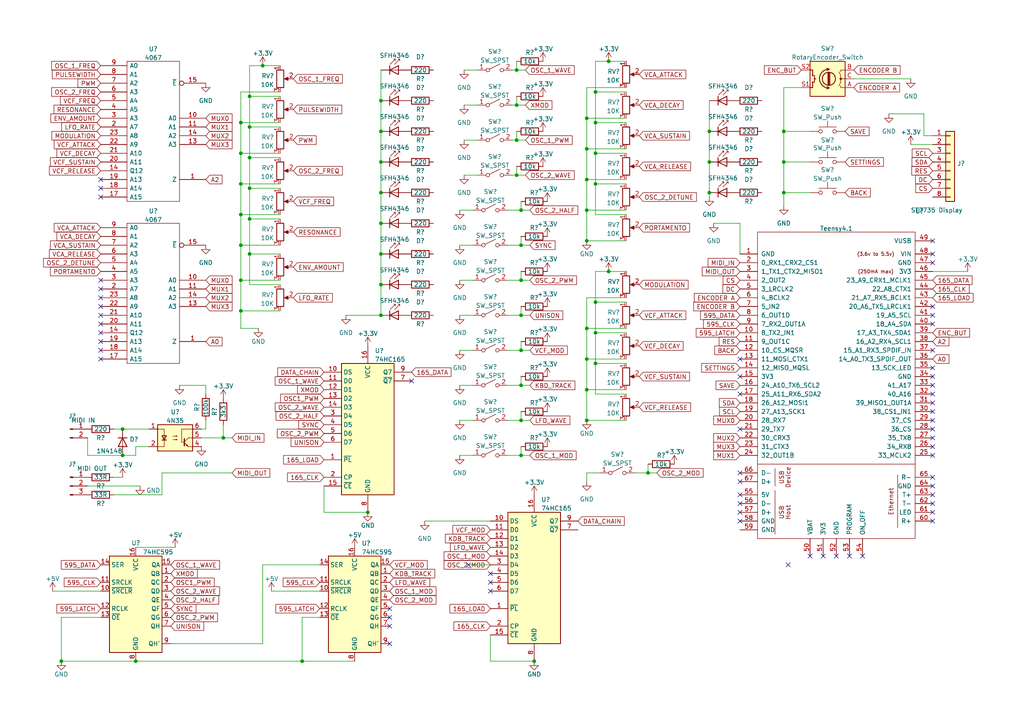
<source format=kicad_sch>
(kicad_sch (version 20211123) (generator eeschema)
  (paper "A4")
  (lib_symbols
    (symbol "4xxx_IEEE:4067" (pin_names (offset 0.762))
      (property "Reference" "U" (at 6.35 21.59 0))
      (property "Value" "4067" (at 7.62 -22.86 0))
      (symbol "4067_1_1"
        (pin input line (at -15.24 -13.97 0) (length 7.62) (name "Z") (number "1"))
        (pin input line (at -15.24 3.81 0) (length 7.62) (name "A0") (number "10"))
        (pin input line (at -15.24 1.27 0) (length 7.62) (name "A1") (number "11"))
        (pin power_in line (at 0 -20.32 90) (length 0) hide (name "Vss") (number "12"))
        (pin input line (at -15.24 -3.81 0) (length 7.62) (name "A3") (number "13"))
        (pin input line (at -15.24 -1.27 0) (length 7.62) (name "A2") (number "14"))
        (pin output line (at 15.24 -11.43 180) (length 7.62) (name "Q12") (number "14"))
        (pin input inverted (at -15.24 13.97 0) (length 7.62) (name "~{E}") (number "15"))
        (pin output line (at 15.24 -19.05 180) (length 7.62) (name "A15") (number "17"))
        (pin output line (at 15.24 -16.51 180) (length 7.62) (name "A14") (number "18"))
        (pin output line (at 15.24 -13.97 180) (length 7.62) (name "A13") (number "19"))
        (pin output line (at 15.24 1.27 180) (length 7.62) (name "A7") (number "2"))
        (pin output line (at 15.24 -8.89 180) (length 7.62) (name "A11") (number "20"))
        (pin output line (at 15.24 -6.35 180) (length 7.62) (name "A10") (number "21"))
        (pin output line (at 15.24 -3.81 180) (length 7.62) (name "A9") (number "22"))
        (pin output line (at 15.24 -1.27 180) (length 7.62) (name "A8") (number "23"))
        (pin power_in line (at 0 20.32 270) (length 0) hide (name "Vdd") (number "24"))
        (pin output line (at 15.24 3.81 180) (length 7.62) (name "A3") (number "3"))
        (pin output line (at 15.24 6.35 180) (length 7.62) (name "A5") (number "4"))
        (pin output line (at 15.24 8.89 180) (length 7.62) (name "A4") (number "5"))
        (pin output line (at 15.24 11.43 180) (length 7.62) (name "A3") (number "6"))
        (pin output line (at 15.24 13.97 180) (length 7.62) (name "A2") (number "7"))
        (pin output line (at 15.24 16.51 180) (length 7.62) (name "A1") (number "8"))
        (pin output line (at 15.24 19.05 180) (length 7.62) (name "A0") (number "9"))
      )
    )
    (symbol "74xx:74HC165"
      (property "Reference" "U" (at -7.62 19.05 0))
      (property "Value" "74HC165" (at -7.62 -21.59 0))
      (symbol "74HC165_1_0"
        (pin input line (at -12.7 -10.16 0) (length 5.08) (name "~{PL}") (number "1"))
        (pin input line (at -12.7 15.24 0) (length 5.08) (name "DS") (number "10"))
        (pin input line (at -12.7 12.7 0) (length 5.08) (name "D0") (number "11"))
        (pin input line (at -12.7 10.16 0) (length 5.08) (name "D1") (number "12"))
        (pin input line (at -12.7 7.62 0) (length 5.08) (name "D2") (number "13"))
        (pin input line (at -12.7 5.08 0) (length 5.08) (name "D3") (number "14"))
        (pin input line (at -12.7 -17.78 0) (length 5.08) (name "~{CE}") (number "15"))
        (pin power_in line (at 0 22.86 270) (length 5.08) (name "VCC") (number "16"))
        (pin input line (at -12.7 -15.24 0) (length 5.08) (name "CP") (number "2"))
        (pin input line (at -12.7 2.54 0) (length 5.08) (name "D4") (number "3"))
        (pin input line (at -12.7 0 0) (length 5.08) (name "D5") (number "4"))
        (pin input line (at -12.7 -2.54 0) (length 5.08) (name "D6") (number "5"))
        (pin input line (at -12.7 -5.08 0) (length 5.08) (name "D7") (number "6"))
        (pin output line (at 12.7 12.7 180) (length 5.08) (name "~{Q7}") (number "7"))
        (pin power_in line (at 0 -25.4 90) (length 5.08) (name "GND") (number "8"))
        (pin output line (at 12.7 15.24 180) (length 5.08) (name "Q7") (number "9"))
      )
    )
    (symbol "74xx:74HC595"
      (property "Reference" "U" (at -7.62 13.97 0))
      (property "Value" "74HC595" (at -7.62 -16.51 0))
      (symbol "74HC595_1_0"
        (pin tri_state line (at 10.16 7.62 180) (length 2.54) (name "QB") (number "1"))
        (pin input line (at -10.16 2.54 0) (length 2.54) (name "~{SRCLR}") (number "10"))
        (pin input line (at -10.16 5.08 0) (length 2.54) (name "SRCLK") (number "11"))
        (pin input line (at -10.16 -2.54 0) (length 2.54) (name "RCLK") (number "12"))
        (pin input line (at -10.16 -5.08 0) (length 2.54) (name "~{OE}") (number "13"))
        (pin input line (at -10.16 10.16 0) (length 2.54) (name "SER") (number "14"))
        (pin tri_state line (at 10.16 10.16 180) (length 2.54) (name "QA") (number "15"))
        (pin power_in line (at 0 15.24 270) (length 2.54) (name "VCC") (number "16"))
        (pin tri_state line (at 10.16 5.08 180) (length 2.54) (name "QC") (number "2"))
        (pin tri_state line (at 10.16 2.54 180) (length 2.54) (name "QD") (number "3"))
        (pin tri_state line (at 10.16 0 180) (length 2.54) (name "QE") (number "4"))
        (pin tri_state line (at 10.16 -2.54 180) (length 2.54) (name "QF") (number "5"))
        (pin tri_state line (at 10.16 -5.08 180) (length 2.54) (name "QG") (number "6"))
        (pin tri_state line (at 10.16 -7.62 180) (length 2.54) (name "QH") (number "7"))
        (pin power_in line (at 0 -17.78 90) (length 2.54) (name "GND") (number "8"))
        (pin output line (at 10.16 -12.7 180) (length 2.54) (name "QH'") (number "9"))
      )
    )
    (symbol "Connector:Conn_01x02_Male" (pin_names (offset 1.016) hide)
      (property "Reference" "J" (at 0 2.54 0))
      (property "Value" "Conn_01x02_Male" (at 0 -5.08 0))
      (symbol "Conn_01x02_Male_1_1"
        (pin passive line (at 5.08 0 180) (length 3.81) (name "Pin_1") (number "1"))
        (pin passive line (at 5.08 -2.54 180) (length 3.81) (name "Pin_2") (number "2"))
      )
    )
    (symbol "Connector:Conn_01x03_Male" (pin_names (offset 1.016) hide)
      (property "Reference" "J" (at 0 5.08 0))
      (property "Value" "Conn_01x03_Male" (at 0 -5.08 0))
      (symbol "Conn_01x03_Male_1_1"
        (pin passive line (at 5.08 2.54 180) (length 3.81) (name "Pin_1") (number "1"))
        (pin passive line (at 5.08 0 180) (length 3.81) (name "Pin_2") (number "2"))
        (pin passive line (at 5.08 -2.54 180) (length 3.81) (name "Pin_3") (number "3"))
      )
    )
    (symbol "Connector_Generic:Conn_01x08" (pin_names (offset 1.016) hide)
      (property "Reference" "J" (at 0 10.16 0))
      (property "Value" "Conn_01x08" (at 0 -12.7 0))
      (symbol "Conn_01x08_1_1"
        (pin passive line (at -5.08 7.62 0) (length 3.81) (name "Pin_1") (number "1"))
        (pin passive line (at -5.08 5.08 0) (length 3.81) (name "Pin_2") (number "2"))
        (pin passive line (at -5.08 2.54 0) (length 3.81) (name "Pin_3") (number "3"))
        (pin passive line (at -5.08 0 0) (length 3.81) (name "Pin_4") (number "4"))
        (pin passive line (at -5.08 -2.54 0) (length 3.81) (name "Pin_5") (number "5"))
        (pin passive line (at -5.08 -5.08 0) (length 3.81) (name "Pin_6") (number "6"))
        (pin passive line (at -5.08 -7.62 0) (length 3.81) (name "Pin_7") (number "7"))
        (pin passive line (at -5.08 -10.16 0) (length 3.81) (name "Pin_8") (number "8"))
      )
    )
    (symbol "Device:R" (pin_numbers hide) (pin_names (offset 0))
      (property "Reference" "R" (at 2.032 0 90))
      (property "Value" "R" (at 0 0 90))
      (symbol "R_1_1"
        (pin passive line (at 0 3.81 270) (length 1.27) (name "~") (number "1"))
        (pin passive line (at 0 -3.81 90) (length 1.27) (name "~") (number "2"))
      )
    )
    (symbol "Device:R_Potentiometer" (pin_names (offset 1.016) hide)
      (property "Reference" "RV" (at -4.445 0 90))
      (property "Value" "R_Potentiometer" (at -2.54 0 90))
      (symbol "R_Potentiometer_1_1"
        (pin passive line (at 0 3.81 270) (length 1.27) (name "1") (number "1"))
        (pin passive line (at 3.81 0 180) (length 1.27) (name "2") (number "2"))
        (pin passive line (at 0 -3.81 90) (length 1.27) (name "3") (number "3"))
      )
    )
    (symbol "Device:RotaryEncoder_Switch" (pin_names (offset 0.254) hide)
      (property "Reference" "SW" (at 0 6.604 0))
      (property "Value" "RotaryEncoder_Switch" (at 0 -6.604 0))
      (symbol "RotaryEncoder_Switch_1_1"
        (pin passive line (at -7.62 2.54 0) (length 2.54) (name "A") (number "A"))
        (pin passive line (at -7.62 -2.54 0) (length 2.54) (name "B") (number "B"))
        (pin passive line (at -7.62 0 0) (length 2.54) (name "C") (number "C"))
        (pin passive line (at 7.62 2.54 180) (length 2.54) (name "S1") (number "S1"))
        (pin passive line (at 7.62 -2.54 180) (length 2.54) (name "S2") (number "S2"))
      )
    )
    (symbol "Diode:1N4148" (pin_numbers hide) (pin_names (offset 1.016) hide)
      (property "Reference" "D" (at 0 2.54 0))
      (property "Value" "1N4148" (at 0 -2.54 0))
      (symbol "1N4148_1_1"
        (pin passive line (at -3.81 0 0) (length 2.54) (name "K") (number "1"))
        (pin passive line (at 3.81 0 180) (length 2.54) (name "A") (number "2"))
      )
    )
    (symbol "Isolator:4N35" (pin_names (offset 1.016))
      (property "Reference" "U" (at -5.08 5.08 0))
      (property "Value" "4N35" (at 0 5.08 0))
      (symbol "4N35_1_1"
        (pin passive line (at -7.62 2.54 0) (length 2.54) (name "~") (number "1"))
        (pin passive line (at -7.62 -2.54 0) (length 2.54) (name "~") (number "2"))
        (pin no_connect line (at -5.08 0 0) (length 2.54) hide (name "NC") (number "3"))
        (pin passive line (at 7.62 -2.54 180) (length 2.54) (name "~") (number "4"))
        (pin passive line (at 7.62 0 180) (length 2.54) (name "~") (number "5"))
        (pin passive line (at 7.62 2.54 180) (length 2.54) (name "~") (number "6"))
      )
    )
    (symbol "LED:SFH4346" (pin_numbers hide) (pin_names (offset 1.016) hide)
      (property "Reference" "D" (at 0.508 1.778 0))
      (property "Value" "SFH4346" (at -1.016 -2.794 0))
      (symbol "SFH4346_1_1"
        (pin passive line (at -5.08 0 0) (length 2.54) (name "K") (number "1"))
        (pin passive line (at 2.54 0 180) (length 2.54) (name "A") (number "2"))
      )
    )
    (symbol "Switch:SW_Push" (pin_numbers hide) (pin_names (offset 1.016) hide)
      (property "Reference" "SW" (at 1.27 2.54 0))
      (property "Value" "SW_Push" (at 0 -1.524 0))
      (symbol "SW_Push_0_1"
        (pin passive line (at -5.08 0 0) (length 2.54) (name "1") (number "1"))
        (pin passive line (at 5.08 0 180) (length 2.54) (name "2") (number "2"))
      )
    )
    (symbol "Switch:SW_SPST" (pin_names (offset 0) hide)
      (property "Reference" "SW" (at 0 3.175 0))
      (property "Value" "SW_SPST" (at 0 -2.54 0))
      (symbol "SW_SPST_1_1"
        (pin passive line (at -5.08 0 0) (length 2.54) (name "A") (number "1"))
        (pin passive line (at 5.08 0 180) (length 2.54) (name "B") (number "2"))
      )
    )
    (symbol "power:+3.3V" (power) (pin_names (offset 0))
      (property "Value" "+3.3V" (at 0 3.556 0))
      (symbol "+3.3V_1_1"
        (pin power_in line (at 0 0 90) (length 0) hide (name "+3.3V") (number "1"))
      )
    )
    (symbol "power:+5V" (power) (pin_names (offset 0))
      (property "Value" "+5V" (at 0 3.556 0))
      (symbol "+5V_1_1"
        (pin power_in line (at 0 0 90) (length 0) hide (name "+5V") (number "1"))
      )
    )
    (symbol "power:GND" (power) (pin_names (offset 0))
      (property "Value" "GND" (at 0 -3.81 0))
      (symbol "GND_1_1"
        (pin power_in line (at 0 0 270) (length 0) hide (name "GND") (number "1"))
      )
    )
    (symbol "teensy:Teensy4.1" (pin_names (offset 1.016))
      (property "Reference" "U" (at 0 64.77 0))
      (property "Value" "Teensy4.1" (at 0 62.23 0))
      (symbol "Teensy4.1_0_0"
        (text "(250mA max)" (at 11.43 49.53 0) (effects (font (size 1.016 1.016))))
        (text "(3.6v to 5.5v)" (at 11.43 54.61 0) (effects (font (size 1.016 1.016))))
        (text "Device" (at -13.97 -10.16 900) (effects (font (size 1.27 1.27))))
        (text "Ethernet" (at 15.875 -17.145 900) (effects (font (size 1.27 1.27))))
        (text "Host" (at -13.97 -20.32 900) (effects (font (size 1.27 1.27))))
        (text "USB" (at -15.875 -20.32 900) (effects (font (size 1.27 1.27))))
        (text "USB" (at -15.875 -10.16 900) (effects (font (size 1.27 1.27))))
        (pin bidirectional line (at -27.94 31.75 0) (length 5.08) (name "8_TX2_IN1") (number "10"))
        (pin bidirectional line (at -27.94 29.21 0) (length 5.08) (name "9_OUT1C") (number "11"))
        (pin bidirectional line (at -27.94 26.67 0) (length 5.08) (name "10_CS_MQSR") (number "12"))
        (pin bidirectional line (at -27.94 24.13 0) (length 5.08) (name "11_MOSI_CTX1") (number "13"))
        (pin bidirectional line (at -27.94 21.59 0) (length 5.08) (name "12_MISO_MQSL") (number "14"))
        (pin power_in line (at -27.94 19.05 0) (length 5.08) (name "3V3") (number "15"))
        (pin bidirectional line (at -27.94 16.51 0) (length 5.08) (name "24_A10_TX6_SCL2") (number "16"))
        (pin bidirectional line (at -27.94 13.97 0) (length 5.08) (name "25_A11_RX6_SDA2") (number "17"))
        (pin bidirectional line (at -27.94 11.43 0) (length 5.08) (name "26_A12_MOSI1") (number "18"))
        (pin bidirectional line (at -27.94 8.89 0) (length 5.08) (name "27_A13_SCK1") (number "19"))
        (pin bidirectional line (at -27.94 6.35 0) (length 5.08) (name "28_RX7") (number "20"))
        (pin bidirectional line (at -27.94 3.81 0) (length 5.08) (name "29_TX7") (number "21"))
        (pin bidirectional line (at -27.94 1.27 0) (length 5.08) (name "30_CRX3") (number "22"))
        (pin bidirectional line (at -27.94 -1.27 0) (length 5.08) (name "31_CTX3") (number "23"))
        (pin bidirectional line (at -27.94 -3.81 0) (length 5.08) (name "32_OUT1B") (number "24"))
        (pin bidirectional line (at 27.94 -3.81 180) (length 5.08) (name "33_MCLK2") (number "25"))
        (pin bidirectional line (at 27.94 -1.27 180) (length 5.08) (name "34_RX8") (number "26"))
        (pin bidirectional line (at 27.94 1.27 180) (length 5.08) (name "35_TX8") (number "27"))
        (pin bidirectional line (at 27.94 3.81 180) (length 5.08) (name "36_CS") (number "28"))
        (pin bidirectional line (at 27.94 6.35 180) (length 5.08) (name "37_CS") (number "29"))
        (pin bidirectional line (at 27.94 8.89 180) (length 5.08) (name "38_CS1_IN1") (number "30"))
        (pin bidirectional line (at 27.94 11.43 180) (length 5.08) (name "39_MISO1_OUT1A") (number "31"))
        (pin bidirectional line (at 27.94 13.97 180) (length 5.08) (name "40_A16") (number "32"))
        (pin bidirectional line (at 27.94 16.51 180) (length 5.08) (name "41_A17") (number "33"))
        (pin bidirectional line (at 27.94 21.59 180) (length 5.08) (name "13_SCK_LED") (number "35"))
        (pin bidirectional line (at 27.94 24.13 180) (length 5.08) (name "14_A0_TX3_SPDIF_OUT") (number "36"))
        (pin bidirectional line (at 27.94 26.67 180) (length 5.08) (name "15_A1_RX3_SPDIF_IN") (number "37"))
        (pin bidirectional line (at 27.94 29.21 180) (length 5.08) (name "16_A2_RX4_SCL1") (number "38"))
        (pin bidirectional line (at 27.94 31.75 180) (length 5.08) (name "17_A3_TX4_SDA1") (number "39"))
        (pin bidirectional line (at 27.94 34.29 180) (length 5.08) (name "18_A4_SDA") (number "40"))
        (pin bidirectional line (at 27.94 36.83 180) (length 5.08) (name "19_A5_SCL") (number "41"))
        (pin bidirectional line (at 27.94 39.37 180) (length 5.08) (name "20_A6_TX5_LRCLK1") (number "42"))
        (pin bidirectional line (at 27.94 41.91 180) (length 5.08) (name "21_A7_RX5_BCLK1") (number "43"))
        (pin bidirectional line (at 27.94 44.45 180) (length 5.08) (name "22_A8_CTX1") (number "44"))
        (pin bidirectional line (at 27.94 46.99 180) (length 5.08) (name "23_A9_CRX1_MCLK1") (number "45"))
        (pin output line (at 27.94 49.53 180) (length 5.08) (name "3V3") (number "46"))
        (pin output line (at 27.94 52.07 180) (length 5.08) (name "GND") (number "47"))
        (pin power_in line (at 27.94 54.61 180) (length 5.08) (name "VIN") (number "48"))
        (pin power_out line (at 27.94 58.42 180) (length 5.08) (name "VUSB") (number "49"))
        (pin bidirectional line (at -27.94 44.45 0) (length 5.08) (name "3_LRCLK2") (number "5"))
        (pin power_in line (at -7.62 -33.02 90) (length 5.08) (name "VBAT") (number "50"))
        (pin power_in line (at -3.81 -33.02 90) (length 5.08) (name "3V3") (number "51"))
        (pin input line (at 0 -33.02 90) (length 5.08) (name "GND") (number "52"))
        (pin input line (at 3.81 -33.02 90) (length 5.08) (name "PROGRAM") (number "53"))
        (pin input line (at 7.62 -33.02 90) (length 5.08) (name "ON_OFF") (number "54"))
        (pin power_out line (at -27.94 -15.24 0) (length 5.08) (name "5V") (number "55"))
        (pin bidirectional line (at -27.94 -17.78 0) (length 5.08) (name "D-") (number "56"))
        (pin bidirectional line (at -27.94 -20.32 0) (length 5.08) (name "D+") (number "57"))
        (pin power_in line (at -27.94 -22.86 0) (length 5.08) (name "GND") (number "58"))
        (pin power_in line (at -27.94 -25.4 0) (length 5.08) (name "GND") (number "59"))
        (pin bidirectional line (at -27.94 41.91 0) (length 5.08) (name "4_BCLK2") (number "6"))
        (pin bidirectional line (at 27.94 -22.86 180) (length 5.08) (name "R+") (number "60"))
        (pin bidirectional line (at 27.94 -20.32 180) (length 5.08) (name "LED") (number "61"))
        (pin bidirectional line (at 27.94 -17.78 180) (length 5.08) (name "T-") (number "62"))
        (pin bidirectional line (at 27.94 -15.24 180) (length 5.08) (name "T+") (number "63"))
        (pin power_in line (at 27.94 -12.7 180) (length 5.08) (name "GND") (number "64"))
        (pin bidirectional line (at 27.94 -10.16 180) (length 5.08) (name "R-") (number "65"))
        (pin bidirectional line (at -27.94 -8.89 0) (length 5.08) (name "D-") (number "66"))
        (pin bidirectional line (at -27.94 -11.43 0) (length 5.08) (name "D+") (number "67"))
        (pin bidirectional line (at -27.94 39.37 0) (length 5.08) (name "5_IN2") (number "7"))
        (pin bidirectional line (at -27.94 36.83 0) (length 5.08) (name "6_OUT1D") (number "8"))
        (pin bidirectional line (at -27.94 34.29 0) (length 5.08) (name "7_RX2_OUT1A") (number "9"))
      )
      (symbol "Teensy4.1_1_1"
        (pin power_in line (at -27.94 54.61 0) (length 5.08) (name "GND") (number "1"))
        (pin bidirectional line (at -27.94 52.07 0) (length 5.08) (name "0_RX1_CRX2_CS1") (number "2"))
        (pin bidirectional line (at -27.94 49.53 0) (length 5.08) (name "1_TX1_CTX2_MISO1") (number "3"))
        (pin power_in line (at 27.94 19.05 180) (length 5.08) (name "GND") (number "34"))
        (pin bidirectional line (at -27.94 46.99 0) (length 5.08) (name "2_OUT2") (number "4"))
      )
    )
  )
  (junction (at 72.39 54.61))
  (junction (at 187.96 137.16))
  (junction (at 170.18 104.14))
  (junction (at 172.72 105.41))
  (junction (at 227.33 55.88))
  (junction (at 110.49 29.21))
  (junction (at 227.33 46.99))
  (junction (at 35.56 132.08))
  (junction (at 170.18 69.85))
  (junction (at 72.39 63.5))
  (junction (at 227.33 38.1))
  (junction (at 64.77 127))
  (junction (at 110.49 46.99))
  (junction (at 149.86 20.32))
  (junction (at 110.49 38.1))
  (junction (at 149.86 50.8))
  (junction (at 72.39 36.83))
  (junction (at 151.13 121.92))
  (junction (at 176.53 78.74))
  (junction (at 69.85 44.45))
  (junction (at 72.39 27.94))
  (junction (at 151.13 71.12))
  (junction (at 172.72 96.52))
  (junction (at 151.13 60.96))
  (junction (at 172.72 87.63))
  (junction (at 170.18 95.25))
  (junction (at 110.49 64.77))
  (junction (at 205.74 55.88))
  (junction (at 172.72 53.34))
  (junction (at 170.18 121.92))
  (junction (at 170.18 43.18))
  (junction (at 69.85 71.12))
  (junction (at 170.18 60.96))
  (junction (at 172.72 35.56))
  (junction (at 106.68 148.59))
  (junction (at 205.74 38.1))
  (junction (at 149.86 30.48))
  (junction (at 151.13 132.08))
  (junction (at 170.18 113.03))
  (junction (at 72.39 45.72))
  (junction (at 35.56 124.46))
  (junction (at 110.49 73.66))
  (junction (at 69.85 35.56))
  (junction (at 110.49 55.88))
  (junction (at 69.85 62.23))
  (junction (at 151.13 81.28))
  (junction (at 110.49 91.44))
  (junction (at 39.37 191.77))
  (junction (at 69.85 53.34))
  (junction (at 170.18 52.07))
  (junction (at 17.78 191.77))
  (junction (at 76.2 19.05))
  (junction (at 69.85 81.28))
  (junction (at 151.13 101.6))
  (junction (at 151.13 111.76))
  (junction (at 205.74 46.99))
  (junction (at 172.72 26.67))
  (junction (at 149.86 40.64))
  (junction (at 172.72 44.45))
  (junction (at 176.53 17.78))
  (junction (at 87.63 191.77))
  (junction (at 69.85 90.17))
  (junction (at 170.18 34.29))
  (junction (at 110.49 82.55))
  (junction (at 72.39 73.66))
  (junction (at 151.13 91.44))
  (junction (at 154.94 191.77))
  (no_connect (at 214.63 104.14))
  (no_connect (at 214.63 109.22))
  (no_connect (at 214.63 114.3))
  (no_connect (at 214.63 124.46))
  (no_connect (at 214.63 148.59))
  (no_connect (at 214.63 151.13))
  (no_connect (at 214.63 137.16))
  (no_connect (at 214.63 139.7))
  (no_connect (at 214.63 143.51))
  (no_connect (at 214.63 146.05))
  (no_connect (at 234.95 161.29))
  (no_connect (at 238.76 161.29))
  (no_connect (at 242.57 161.29))
  (no_connect (at 246.38 161.29))
  (no_connect (at 250.19 161.29))
  (no_connect (at 228.6 163.83))
  (no_connect (at 270.51 106.68))
  (no_connect (at 270.51 109.22))
  (no_connect (at 270.51 111.76))
  (no_connect (at 270.51 138.43))
  (no_connect (at 270.51 140.97))
  (no_connect (at 270.51 143.51))
  (no_connect (at 270.51 146.05))
  (no_connect (at 270.51 148.59))
  (no_connect (at 270.51 151.13))
  (no_connect (at 270.51 121.92))
  (no_connect (at 270.51 114.3))
  (no_connect (at 270.51 116.84))
  (no_connect (at 270.51 119.38))
  (no_connect (at 270.51 124.46))
  (no_connect (at 270.51 132.08))
  (no_connect (at 270.51 127))
  (no_connect (at 270.51 129.54))
  (no_connect (at 119.38 110.49))
  (no_connect (at 113.03 179.07))
  (no_connect (at 113.03 181.61))
  (no_connect (at 113.03 176.53))
  (no_connect (at 113.03 186.69))
  (no_connect (at 29.21 104.14))
  (no_connect (at 29.21 93.98))
  (no_connect (at 29.21 101.6))
  (no_connect (at 29.21 88.9))
  (no_connect (at 29.21 99.06))
  (no_connect (at 29.21 91.44))
  (no_connect (at 29.21 96.52))
  (no_connect (at 29.21 86.36))
  (no_connect (at 29.21 83.82))
  (no_connect (at 29.21 81.28))
  (no_connect (at 142.24 171.45))
  (no_connect (at 142.24 166.37))
  (no_connect (at 135.89 163.83))
  (no_connect (at 142.24 168.91))
  (no_connect (at 29.21 54.61))
  (no_connect (at 29.21 57.15))
  (no_connect (at 29.21 52.07))
  (no_connect (at 270.51 69.85))
  (no_connect (at 270.51 73.66))
  (no_connect (at 270.51 76.2))
  (no_connect (at 270.51 88.9))
  (no_connect (at 270.51 91.44))
  (no_connect (at 270.51 93.98))
  (no_connect (at 270.51 101.6))
  (wire (pts (xy 147.32 81.28) (xy 151.13 81.28)))
  (wire (pts (xy 170.18 52.07) (xy 181.61 52.07)))
  (wire (pts (xy 151.13 121.92) (xy 153.67 121.92)))
  (wire (pts (xy 232.41 25.4) (xy 227.33 25.4)))
  (wire (pts (xy 69.85 90.17) (xy 69.85 95.25)))
  (wire (pts (xy 46.99 137.16) (xy 46.99 143.51)))
  (wire (pts (xy 76.2 163.83) (xy 92.71 163.83)))
  (wire (pts (xy 25.4 140.97) (xy 40.64 140.97)))
  (wire (pts (xy 172.72 53.34) (xy 172.72 62.23)))
  (wire (pts (xy 93.98 148.59) (xy 106.68 148.59)))
  (wire (pts (xy 72.39 45.72) (xy 72.39 54.61)))
  (wire (pts (xy 176.53 17.78) (xy 172.72 17.78)))
  (wire (pts (xy 149.86 20.32) (xy 152.4 20.32)))
  (wire (pts (xy 137.16 121.92) (xy 133.35 121.92)))
  (wire (pts (xy 87.63 191.77) (xy 102.87 191.77)))
  (wire (pts (xy 147.32 60.96) (xy 151.13 60.96)))
  (wire (pts (xy 151.13 81.28) (xy 153.67 81.28)))
  (wire (pts (xy 172.72 114.3) (xy 181.61 114.3)))
  (wire (pts (xy 137.16 71.12) (xy 133.35 71.12)))
  (wire (pts (xy 69.85 26.67) (xy 69.85 35.56)))
  (wire (pts (xy 81.28 36.83) (xy 72.39 36.83)))
  (wire (pts (xy 100.33 91.44) (xy 110.49 91.44)))
  (wire (pts (xy 172.72 62.23) (xy 181.61 62.23)))
  (wire (pts (xy 72.39 73.66) (xy 81.28 73.66)))
  (wire (pts (xy 72.39 45.72) (xy 81.28 45.72)))
  (wire (pts (xy 110.49 55.88) (xy 110.49 46.99)))
  (wire (pts (xy 110.49 29.21) (xy 110.49 20.32)))
  (wire (pts (xy 58.42 124.46) (xy 59.69 124.46)))
  (wire (pts (xy 64.77 127) (xy 67.31 127)))
  (wire (pts (xy 110.49 73.66) (xy 110.49 64.77)))
  (wire (pts (xy 170.18 43.18) (xy 170.18 52.07)))
  (wire (pts (xy 147.32 132.08) (xy 151.13 132.08)))
  (wire (pts (xy 172.72 44.45) (xy 172.72 53.34)))
  (wire (pts (xy 137.16 101.6) (xy 133.35 101.6)))
  (wire (pts (xy 181.61 25.4) (xy 170.18 25.4)))
  (wire (pts (xy 72.39 63.5) (xy 72.39 73.66)))
  (wire (pts (xy 173.99 137.16) (xy 170.18 137.16)))
  (wire (pts (xy 69.85 81.28) (xy 81.28 81.28)))
  (wire (pts (xy 181.61 86.36) (xy 170.18 86.36)))
  (wire (pts (xy 149.86 30.48) (xy 152.4 30.48)))
  (wire (pts (xy 227.33 55.88) (xy 227.33 59.69)))
  (wire (pts (xy 59.69 111.76) (xy 59.69 114.3)))
  (wire (pts (xy 81.28 26.67) (xy 69.85 26.67)))
  (wire (pts (xy 64.77 127) (xy 64.77 123.19)))
  (wire (pts (xy 59.69 124.46) (xy 59.69 121.92)))
  (wire (pts (xy 138.43 50.8) (xy 134.62 50.8)))
  (wire (pts (xy 214.63 64.77) (xy 207.01 64.77)))
  (wire (pts (xy 214.63 73.66) (xy 214.63 64.77)))
  (wire (pts (xy 72.39 82.55) (xy 81.28 82.55)))
  (wire (pts (xy 69.85 35.56) (xy 81.28 35.56)))
  (wire (pts (xy 15.24 171.45) (xy 29.21 171.45)))
  (wire (pts (xy 25.4 132.08) (xy 35.56 132.08)))
  (wire (pts (xy 110.49 64.77) (xy 110.49 55.88)))
  (wire (pts (xy 170.18 104.14) (xy 170.18 113.03)))
  (wire (pts (xy 270.51 78.74) (xy 280.67 78.74)))
  (wire (pts (xy 151.13 101.6) (xy 151.13 99.06)))
  (wire (pts (xy 138.43 30.48) (xy 134.62 30.48)))
  (wire (pts (xy 170.18 34.29) (xy 170.18 43.18)))
  (wire (pts (xy 170.18 69.85) (xy 181.61 69.85)))
  (wire (pts (xy 227.33 38.1) (xy 227.33 46.99)))
  (wire (pts (xy 170.18 86.36) (xy 170.18 95.25)))
  (wire (pts (xy 17.78 191.77) (xy 39.37 191.77)))
  (wire (pts (xy 172.72 26.67) (xy 172.72 35.56)))
  (wire (pts (xy 205.74 38.1) (xy 205.74 46.99)))
  (wire (pts (xy 151.13 60.96) (xy 153.67 60.96)))
  (wire (pts (xy 72.39 27.94) (xy 72.39 36.83)))
  (wire (pts (xy 39.37 129.54) (xy 39.37 132.08)))
  (wire (pts (xy 69.85 44.45) (xy 69.85 53.34)))
  (wire (pts (xy 138.43 40.64) (xy 134.62 40.64)))
  (wire (pts (xy 81.28 19.05) (xy 76.2 19.05)))
  (wire (pts (xy 149.86 20.32) (xy 149.86 17.78)))
  (wire (pts (xy 172.72 87.63) (xy 172.72 96.52)))
  (wire (pts (xy 142.24 184.15) (xy 142.24 191.77)))
  (wire (pts (xy 137.16 81.28) (xy 133.35 81.28)))
  (wire (pts (xy 72.39 54.61) (xy 72.39 63.5)))
  (wire (pts (xy 110.49 38.1) (xy 110.49 29.21)))
  (wire (pts (xy 147.32 121.92) (xy 151.13 121.92)))
  (wire (pts (xy 151.13 81.28) (xy 151.13 78.74)))
  (wire (pts (xy 181.61 35.56) (xy 172.72 35.56)))
  (wire (pts (xy 133.35 91.44) (xy 137.16 91.44)))
  (wire (pts (xy 172.72 53.34) (xy 181.61 53.34)))
  (wire (pts (xy 172.72 96.52) (xy 172.72 105.41)))
  (wire (pts (xy 227.33 25.4) (xy 227.33 38.1)))
  (wire (pts (xy 148.59 50.8) (xy 149.86 50.8)))
  (wire (pts (xy 234.95 46.99) (xy 227.33 46.99)))
  (wire (pts (xy 181.61 78.74) (xy 176.53 78.74)))
  (wire (pts (xy 170.18 95.25) (xy 170.18 104.14)))
  (wire (pts (xy 110.49 91.44) (xy 110.49 82.55)))
  (wire (pts (xy 69.85 81.28) (xy 69.85 90.17)))
  (wire (pts (xy 172.72 87.63) (xy 181.61 87.63)))
  (wire (pts (xy 172.72 105.41) (xy 172.72 114.3)))
  (wire (pts (xy 67.31 137.16) (xy 46.99 137.16)))
  (wire (pts (xy 69.85 90.17) (xy 81.28 90.17)))
  (wire (pts (xy 151.13 101.6) (xy 153.67 101.6)))
  (wire (pts (xy 35.56 124.46) (xy 43.18 124.46)))
  (wire (pts (xy 181.61 96.52) (xy 172.72 96.52)))
  (wire (pts (xy 264.16 41.91) (xy 270.51 41.91)))
  (wire (pts (xy 147.32 71.12) (xy 151.13 71.12)))
  (wire (pts (xy 257.81 33.02) (xy 267.97 33.02)))
  (wire (pts (xy 172.72 78.74) (xy 172.72 87.63)))
  (wire (pts (xy 151.13 111.76) (xy 153.67 111.76)))
  (wire (pts (xy 138.43 20.32) (xy 134.62 20.32)))
  (wire (pts (xy 149.86 40.64) (xy 149.86 38.1)))
  (wire (pts (xy 49.53 186.69) (xy 76.2 186.69)))
  (wire (pts (xy 172.72 44.45) (xy 181.61 44.45)))
  (wire (pts (xy 76.2 19.05) (xy 72.39 19.05)))
  (wire (pts (xy 123.19 151.13) (xy 142.24 151.13)))
  (wire (pts (xy 142.24 191.77) (xy 154.94 191.77)))
  (wire (pts (xy 205.74 55.88) (xy 205.74 57.15)))
  (wire (pts (xy 151.13 71.12) (xy 153.67 71.12)))
  (wire (pts (xy 147.32 101.6) (xy 151.13 101.6)))
  (wire (pts (xy 69.85 62.23) (xy 69.85 71.12)))
  (wire (pts (xy 170.18 60.96) (xy 170.18 69.85)))
  (wire (pts (xy 142.24 163.83) (xy 135.89 163.83)))
  (wire (pts (xy 151.13 121.92) (xy 151.13 119.38)))
  (wire (pts (xy 39.37 191.77) (xy 87.63 191.77)))
  (wire (pts (xy 172.72 105.41) (xy 181.61 105.41)))
  (wire (pts (xy 137.16 60.96) (xy 133.35 60.96)))
  (wire (pts (xy 149.86 30.48) (xy 149.86 27.94)))
  (wire (pts (xy 72.39 36.83) (xy 72.39 45.72)))
  (wire (pts (xy 170.18 137.16) (xy 170.18 139.7)))
  (wire (pts (xy 147.32 111.76) (xy 151.13 111.76)))
  (wire (pts (xy 149.86 50.8) (xy 152.4 50.8)))
  (wire (pts (xy 148.59 30.48) (xy 149.86 30.48)))
  (wire (pts (xy 151.13 132.08) (xy 153.67 132.08)))
  (wire (pts (xy 25.4 127) (xy 25.4 132.08)))
  (wire (pts (xy 151.13 91.44) (xy 151.13 88.9)))
  (wire (pts (xy 170.18 113.03) (xy 170.18 121.92)))
  (wire (pts (xy 151.13 91.44) (xy 153.67 91.44)))
  (wire (pts (xy 72.39 27.94) (xy 81.28 27.94)))
  (wire (pts (xy 72.39 73.66) (xy 72.39 82.55)))
  (wire (pts (xy 69.85 62.23) (xy 81.28 62.23)))
  (wire (pts (xy 137.16 132.08) (xy 133.35 132.08)))
  (wire (pts (xy 147.32 91.44) (xy 151.13 91.44)))
  (wire (pts (xy 33.02 124.46) (xy 35.56 124.46)))
  (wire (pts (xy 149.86 40.64) (xy 152.4 40.64)))
  (wire (pts (xy 205.74 46.99) (xy 205.74 55.88)))
  (wire (pts (xy 170.18 104.14) (xy 181.61 104.14)))
  (wire (pts (xy 187.96 137.16) (xy 187.96 134.62)))
  (wire (pts (xy 267.97 33.02) (xy 267.97 39.37)))
  (wire (pts (xy 187.96 137.16) (xy 190.5 137.16)))
  (wire (pts (xy 52.07 111.76) (xy 59.69 111.76)))
  (wire (pts (xy 170.18 43.18) (xy 181.61 43.18)))
  (wire (pts (xy 69.85 71.12) (xy 81.28 71.12)))
  (wire (pts (xy 69.85 53.34) (xy 69.85 62.23)))
  (wire (pts (xy 148.59 20.32) (xy 149.86 20.32)))
  (wire (pts (xy 17.78 179.07) (xy 29.21 179.07)))
  (wire (pts (xy 69.85 95.25) (xy 74.93 95.25)))
  (wire (pts (xy 69.85 53.34) (xy 81.28 53.34)))
  (wire (pts (xy 148.59 40.64) (xy 149.86 40.64)))
  (wire (pts (xy 17.78 179.07) (xy 17.78 191.77)))
  (wire (pts (xy 170.18 113.03) (xy 181.61 113.03)))
  (wire (pts (xy 172.72 35.56) (xy 172.72 44.45)))
  (wire (pts (xy 176.53 78.74) (xy 172.72 78.74)))
  (wire (pts (xy 72.39 63.5) (xy 81.28 63.5)))
  (wire (pts (xy 43.18 129.54) (xy 39.37 129.54)))
  (wire (pts (xy 151.13 71.12) (xy 151.13 68.58)))
  (wire (pts (xy 110.49 46.99) (xy 110.49 38.1)))
  (wire (pts (xy 76.2 163.83) (xy 76.2 186.69)))
  (wire (pts (xy 170.18 60.96) (xy 181.61 60.96)))
  (wire (pts (xy 92.71 179.07) (xy 87.63 179.07)))
  (wire (pts (xy 205.74 29.21) (xy 205.74 38.1)))
  (wire (pts (xy 234.95 55.88) (xy 227.33 55.88)))
  (wire (pts (xy 69.85 71.12) (xy 69.85 81.28)))
  (wire (pts (xy 170.18 121.92) (xy 181.61 121.92)))
  (wire (pts (xy 72.39 54.61) (xy 81.28 54.61)))
  (wire (pts (xy 93.98 140.97) (xy 93.98 148.59)))
  (wire (pts (xy 172.72 17.78) (xy 172.72 26.67)))
  (wire (pts (xy 46.99 143.51) (xy 33.02 143.51)))
  (wire (pts (xy 39.37 132.08) (xy 35.56 132.08)))
  (wire (pts (xy 72.39 19.05) (xy 72.39 27.94)))
  (wire (pts (xy 69.85 35.56) (xy 69.85 44.45)))
  (wire (pts (xy 151.13 132.08) (xy 151.13 129.54)))
  (wire (pts (xy 227.33 46.99) (xy 227.33 55.88)))
  (wire (pts (xy 170.18 34.29) (xy 181.61 34.29)))
  (wire (pts (xy 35.56 138.43) (xy 33.02 138.43)))
  (wire (pts (xy 170.18 95.25) (xy 181.61 95.25)))
  (wire (pts (xy 69.85 44.45) (xy 81.28 44.45)))
  (wire (pts (xy 267.97 39.37) (xy 270.51 39.37)))
  (wire (pts (xy 234.95 38.1) (xy 227.33 38.1)))
  (wire (pts (xy 184.15 137.16) (xy 187.96 137.16)))
  (wire (pts (xy 110.49 82.55) (xy 110.49 73.66)))
  (wire (pts (xy 181.61 17.78) (xy 176.53 17.78)))
  (wire (pts (xy 78.74 171.45) (xy 92.71 171.45)))
  (wire (pts (xy 170.18 52.07) (xy 170.18 60.96)))
  (wire (pts (xy 39.37 158.75) (xy 50.8 158.75)))
  (wire (pts (xy 172.72 26.67) (xy 181.61 26.67)))
  (wire (pts (xy 87.63 179.07) (xy 87.63 191.77)))
  (wire (pts (xy 58.42 127) (xy 64.77 127)))
  (wire (pts (xy 151.13 60.96) (xy 151.13 58.42)))
  (wire (pts (xy 151.13 111.76) (xy 151.13 109.22)))
  (wire (pts (xy 170.18 25.4) (xy 170.18 34.29)))
  (wire (pts (xy 137.16 111.76) (xy 133.35 111.76)))
  (wire (pts (xy 247.65 22.86) (xy 264.16 22.86)))
  (wire (pts (xy 149.86 50.8) (xy 149.86 48.26)))
  (global_label "CS" (shape input) (at 270.51 54.61 180) (property "Intersheet References" "${INTERSHEET_REFS}" (effects hide)))
  (global_label "VCA_RELEASE" (shape input) (at 29.21 73.66 180) (property "Intersheet References" "${INTERSHEET_REFS}" (effects hide)))
  (global_label "ENV_AMOUNT" (shape input) (at 29.21 34.29 180) (property "Intersheet References" "${INTERSHEET_REFS}" (effects hide)))
  (global_label "VCF_RELEASE" (shape input) (at 185.42 118.11 0) (property "Intersheet References" "${INTERSHEET_REFS}" (effects hide)))
  (global_label "XMOD" (shape input) (at 49.53 166.37 0) (property "Intersheet References" "${INTERSHEET_REFS}" (effects hide)))
  (global_label "BACK" (shape input) (at 214.63 101.6 180) (property "Intersheet References" "${INTERSHEET_REFS}" (effects hide)))
  (global_label "DATA_CHAIN" (shape input) (at 93.98 107.95 180) (property "Intersheet References" "${INTERSHEET_REFS}" (effects hide)))
  (global_label "OSC_2_HALF" (shape input) (at 153.67 60.96 0) (property "Intersheet References" "${INTERSHEET_REFS}" (effects hide)))
  (global_label "MUX3" (shape input) (at 214.63 129.54 180) (property "Intersheet References" "${INTERSHEET_REFS}" (effects hide)))
  (global_label "VCF_ATTACK" (shape input) (at 29.21 41.91 180) (property "Intersheet References" "${INTERSHEET_REFS}" (effects hide)))
  (global_label "A0" (shape input) (at 270.51 104.14 0) (property "Intersheet References" "${INTERSHEET_REFS}" (effects hide)))
  (global_label "MUX1" (shape input) (at 59.69 36.83 0) (property "Intersheet References" "${INTERSHEET_REFS}" (effects hide)))
  (global_label "OSC_2_MOD" (shape input) (at 113.03 173.99 0) (property "Intersheet References" "${INTERSHEET_REFS}" (effects hide)))
  (global_label "PORTAMENTO" (shape input) (at 185.42 66.04 0) (property "Intersheet References" "${INTERSHEET_REFS}" (effects hide)))
  (global_label "VCA_RELEASE" (shape input) (at 185.42 48.26 0) (property "Intersheet References" "${INTERSHEET_REFS}" (effects hide)))
  (global_label "MUX3" (shape input) (at 59.69 88.9 0) (property "Intersheet References" "${INTERSHEET_REFS}" (effects hide)))
  (global_label "A2" (shape input) (at 59.69 52.07 0) (property "Intersheet References" "${INTERSHEET_REFS}" (effects hide)))
  (global_label "595_LATCH" (shape input) (at 92.71 176.53 180) (property "Intersheet References" "${INTERSHEET_REFS}" (effects hide)))
  (global_label "OSC_2_WAVE" (shape input) (at 152.4 50.8 0) (property "Intersheet References" "${INTERSHEET_REFS}" (effects hide)))
  (global_label "VCF_ATTACK" (shape input) (at 185.42 91.44 0) (property "Intersheet References" "${INTERSHEET_REFS}" (effects hide)))
  (global_label "XMOD" (shape input) (at 152.4 30.48 0) (property "Intersheet References" "${INTERSHEET_REFS}" (effects hide)))
  (global_label "MIDI_IN" (shape input) (at 67.31 127 0) (property "Intersheet References" "${INTERSHEET_REFS}" (effects hide)))
  (global_label "ENC_BUT" (shape input) (at 270.51 96.52 0) (property "Intersheet References" "${INTERSHEET_REFS}" (effects hide)))
  (global_label "165_LOAD" (shape input) (at 270.51 86.36 0) (property "Intersheet References" "${INTERSHEET_REFS}" (effects hide)))
  (global_label "SAVE" (shape input) (at 214.63 111.76 180) (property "Intersheet References" "${INTERSHEET_REFS}" (effects hide)))
  (global_label "VCF_MOD" (shape input) (at 153.67 101.6 0) (property "Intersheet References" "${INTERSHEET_REFS}" (effects hide)))
  (global_label "VCF_SUSTAIN" (shape input) (at 29.21 46.99 180) (property "Intersheet References" "${INTERSHEET_REFS}" (effects hide)))
  (global_label "ENCODER A" (shape input) (at 247.65 25.4 0) (property "Intersheet References" "${INTERSHEET_REFS}" (effects hide)))
  (global_label "OSC1_PWM" (shape input) (at 49.53 168.91 0) (property "Intersheet References" "${INTERSHEET_REFS}" (effects hide)))
  (global_label "VCF_FREQ" (shape input) (at 29.21 29.21 180) (property "Intersheet References" "${INTERSHEET_REFS}" (effects hide)))
  (global_label "SYNC" (shape input) (at 93.98 123.19 180) (property "Intersheet References" "${INTERSHEET_REFS}" (effects hide)))
  (global_label "VCA_SUSTAIN" (shape input) (at 185.42 39.37 0) (property "Intersheet References" "${INTERSHEET_REFS}" (effects hide)))
  (global_label "165_DATA" (shape input) (at 119.38 107.95 0) (property "Intersheet References" "${INTERSHEET_REFS}" (effects hide)))
  (global_label "MUX0" (shape input) (at 214.63 121.92 180) (property "Intersheet References" "${INTERSHEET_REFS}" (effects hide)))
  (global_label "CS" (shape input) (at 214.63 81.28 180) (property "Intersheet References" "${INTERSHEET_REFS}" (effects hide)))
  (global_label "LFO_WAVE" (shape input) (at 153.67 121.92 0) (property "Intersheet References" "${INTERSHEET_REFS}" (effects hide)))
  (global_label "SETTINGS" (shape input) (at 245.11 46.99 0) (property "Intersheet References" "${INTERSHEET_REFS}" (effects hide)))
  (global_label "OSC_2_PWM" (shape input) (at 49.53 179.07 0) (property "Intersheet References" "${INTERSHEET_REFS}" (effects hide)))
  (global_label "UNISON" (shape input) (at 153.67 91.44 0) (property "Intersheet References" "${INTERSHEET_REFS}" (effects hide)))
  (global_label "KDB_TRACK" (shape input) (at 113.03 166.37 0) (property "Intersheet References" "${INTERSHEET_REFS}" (effects hide)))
  (global_label "OSC_2_WAVE" (shape input) (at 93.98 118.11 180) (property "Intersheet References" "${INTERSHEET_REFS}" (effects hide)))
  (global_label "OSC1_PWM" (shape input) (at 93.98 115.57 180) (property "Intersheet References" "${INTERSHEET_REFS}" (effects hide)))
  (global_label "PULSEWIDTH" (shape input) (at 29.21 21.59 180) (property "Intersheet References" "${INTERSHEET_REFS}" (effects hide)))
  (global_label "VCF_MOD" (shape input) (at 113.03 163.83 0) (property "Intersheet References" "${INTERSHEET_REFS}" (effects hide)))
  (global_label "595_DATA" (shape input) (at 29.21 163.83 180) (property "Intersheet References" "${INTERSHEET_REFS}" (effects hide)))
  (global_label "165_CLK" (shape input) (at 142.24 181.61 180) (property "Intersheet References" "${INTERSHEET_REFS}" (effects hide)))
  (global_label "OSC_1_WAVE" (shape input) (at 152.4 20.32 0) (property "Intersheet References" "${INTERSHEET_REFS}" (effects hide)))
  (global_label "OSC_2_PWM" (shape input) (at 93.98 125.73 180) (property "Intersheet References" "${INTERSHEET_REFS}" (effects hide)))
  (global_label "165_CLK" (shape input) (at 270.51 83.82 0) (property "Intersheet References" "${INTERSHEET_REFS}" (effects hide)))
  (global_label "165_LOAD" (shape input) (at 142.24 176.53 180) (property "Intersheet References" "${INTERSHEET_REFS}" (effects hide)))
  (global_label "OSC_1_WAVE" (shape input) (at 93.98 110.49 180) (property "Intersheet References" "${INTERSHEET_REFS}" (effects hide)))
  (global_label "VCA_DECAY" (shape input) (at 29.21 68.58 180) (property "Intersheet References" "${INTERSHEET_REFS}" (effects hide)))
  (global_label "DC" (shape input) (at 270.51 52.07 180) (property "Intersheet References" "${INTERSHEET_REFS}" (effects hide)))
  (global_label "RES" (shape input) (at 270.51 49.53 180) (property "Intersheet References" "${INTERSHEET_REFS}" (effects hide)))
  (global_label "KDB_TRACK" (shape input) (at 142.24 156.21 180) (property "Intersheet References" "${INTERSHEET_REFS}" (effects hide)))
  (global_label "165_DATA" (shape input) (at 270.51 81.28 0) (property "Intersheet References" "${INTERSHEET_REFS}" (effects hide)))
  (global_label "VCA_DECAY" (shape input) (at 185.42 30.48 0) (property "Intersheet References" "${INTERSHEET_REFS}" (effects hide)))
  (global_label "XMOD" (shape input) (at 93.98 113.03 180) (property "Intersheet References" "${INTERSHEET_REFS}" (effects hide)))
  (global_label "MODULATION" (shape input) (at 29.21 39.37 180) (property "Intersheet References" "${INTERSHEET_REFS}" (effects hide)))
  (global_label "VCA_SUSTAIN" (shape input) (at 29.21 71.12 180) (property "Intersheet References" "${INTERSHEET_REFS}" (effects hide)))
  (global_label "SAVE" (shape input) (at 245.11 38.1 0) (property "Intersheet References" "${INTERSHEET_REFS}" (effects hide)))
  (global_label "LFO_WAVE" (shape input) (at 113.03 168.91 0) (property "Intersheet References" "${INTERSHEET_REFS}" (effects hide)))
  (global_label "MUX2" (shape input) (at 59.69 86.36 0) (property "Intersheet References" "${INTERSHEET_REFS}" (effects hide)))
  (global_label "OSC_2_WAVE" (shape input) (at 49.53 171.45 0) (property "Intersheet References" "${INTERSHEET_REFS}" (effects hide)))
  (global_label "OSC_1_MOD" (shape input) (at 142.24 161.29 180) (property "Intersheet References" "${INTERSHEET_REFS}" (effects hide)))
  (global_label "MUX1" (shape input) (at 214.63 132.08 180) (property "Intersheet References" "${INTERSHEET_REFS}" (effects hide)))
  (global_label "595_CLK" (shape input) (at 29.21 168.91 180) (property "Intersheet References" "${INTERSHEET_REFS}" (effects hide)))
  (global_label "165_CLK" (shape input) (at 93.98 138.43 180) (property "Intersheet References" "${INTERSHEET_REFS}" (effects hide)))
  (global_label "VCF_MOD" (shape input) (at 142.24 153.67 180) (property "Intersheet References" "${INTERSHEET_REFS}" (effects hide)))
  (global_label "DC" (shape input) (at 214.63 83.82 180) (property "Intersheet References" "${INTERSHEET_REFS}" (effects hide)))
  (global_label "MUX0" (shape input) (at 59.69 34.29 0) (property "Intersheet References" "${INTERSHEET_REFS}" (effects hide)))
  (global_label "LFO_WAVE" (shape input) (at 142.24 158.75 180) (property "Intersheet References" "${INTERSHEET_REFS}" (effects hide)))
  (global_label "ENV_AMOUNT" (shape input) (at 85.09 77.47 0) (property "Intersheet References" "${INTERSHEET_REFS}" (effects hide)))
  (global_label "PULSEWIDTH" (shape input) (at 85.09 31.75 0) (property "Intersheet References" "${INTERSHEET_REFS}" (effects hide)))
  (global_label "MUX2" (shape input) (at 214.63 127 180) (property "Intersheet References" "${INTERSHEET_REFS}" (effects hide)))
  (global_label "OSC_2_HALF" (shape input) (at 93.98 120.65 180) (property "Intersheet References" "${INTERSHEET_REFS}" (effects hide)))
  (global_label "OSC_2_DETUNE" (shape input) (at 29.21 76.2 180) (property "Intersheet References" "${INTERSHEET_REFS}" (effects hide)))
  (global_label "595_CLK" (shape input) (at 214.63 93.98 180) (property "Intersheet References" "${INTERSHEET_REFS}" (effects hide)))
  (global_label "VCF_SUSTAIN" (shape input) (at 185.42 109.22 0) (property "Intersheet References" "${INTERSHEET_REFS}" (effects hide)))
  (global_label "A2" (shape input) (at 270.51 99.06 0) (property "Intersheet References" "${INTERSHEET_REFS}" (effects hide)))
  (global_label "MUX2" (shape input) (at 59.69 39.37 0) (property "Intersheet References" "${INTERSHEET_REFS}" (effects hide)))
  (global_label "UNISON" (shape input) (at 93.98 128.27 180) (property "Intersheet References" "${INTERSHEET_REFS}" (effects hide)))
  (global_label "RESONANCE" (shape input) (at 29.21 31.75 180) (property "Intersheet References" "${INTERSHEET_REFS}" (effects hide)))
  (global_label "OSC_2_DETUNE" (shape input) (at 185.42 57.15 0) (property "Intersheet References" "${INTERSHEET_REFS}" (effects hide)))
  (global_label "MIDI_OUT" (shape input) (at 214.63 78.74 180) (property "Intersheet References" "${INTERSHEET_REFS}" (effects hide)))
  (global_label "OSC_2_MOD" (shape input) (at 190.5 137.16 0) (property "Intersheet References" "${INTERSHEET_REFS}" (effects hide)))
  (global_label "ENCODER B" (shape input) (at 214.63 88.9 180) (property "Intersheet References" "${INTERSHEET_REFS}" (effects hide)))
  (global_label "SYNC" (shape input) (at 153.67 71.12 0) (property "Intersheet References" "${INTERSHEET_REFS}" (effects hide)))
  (global_label "VCF_DECAY" (shape input) (at 29.21 44.45 180) (property "Intersheet References" "${INTERSHEET_REFS}" (effects hide)))
  (global_label "ENCODER B" (shape input) (at 247.65 20.32 0) (property "Intersheet References" "${INTERSHEET_REFS}" (effects hide)))
  (global_label "PORTAMENTO" (shape input) (at 29.21 78.74 180) (property "Intersheet References" "${INTERSHEET_REFS}" (effects hide)))
  (global_label "ENC_BUT" (shape input) (at 232.41 20.32 180) (property "Intersheet References" "${INTERSHEET_REFS}" (effects hide)))
  (global_label "OSC_2_MOD" (shape input) (at 142.24 163.83 180) (property "Intersheet References" "${INTERSHEET_REFS}" (effects hide)))
  (global_label "OSC_1_WAVE" (shape input) (at 49.53 163.83 0) (property "Intersheet References" "${INTERSHEET_REFS}" (effects hide)))
  (global_label "595_LATCH" (shape input) (at 214.63 96.52 180) (property "Intersheet References" "${INTERSHEET_REFS}" (effects hide)))
  (global_label "DATA_CHAIN" (shape input) (at 167.64 151.13 0) (property "Intersheet References" "${INTERSHEET_REFS}" (effects hide)))
  (global_label "SETTINGS" (shape input) (at 214.63 106.68 180) (property "Intersheet References" "${INTERSHEET_REFS}" (effects hide)))
  (global_label "165_LOAD" (shape input) (at 93.98 133.35 180) (property "Intersheet References" "${INTERSHEET_REFS}" (effects hide)))
  (global_label "OSC_1_MOD" (shape input) (at 113.03 171.45 0) (property "Intersheet References" "${INTERSHEET_REFS}" (effects hide)))
  (global_label "SCL" (shape input) (at 270.51 44.45 180) (property "Intersheet References" "${INTERSHEET_REFS}" (effects hide)))
  (global_label "SDA" (shape input) (at 214.63 116.84 180) (property "Intersheet References" "${INTERSHEET_REFS}" (effects hide)))
  (global_label "LFO_RATE" (shape input) (at 29.21 36.83 180) (property "Intersheet References" "${INTERSHEET_REFS}" (effects hide)))
  (global_label "VCF_RELEASE" (shape input) (at 29.21 49.53 180) (property "Intersheet References" "${INTERSHEET_REFS}" (effects hide)))
  (global_label "MUX3" (shape input) (at 59.69 41.91 0) (property "Intersheet References" "${INTERSHEET_REFS}" (effects hide)))
  (global_label "OSC_1_FREQ" (shape input) (at 29.21 19.05 180) (property "Intersheet References" "${INTERSHEET_REFS}" (effects hide)))
  (global_label "MUX0" (shape input) (at 59.69 81.28 0) (property "Intersheet References" "${INTERSHEET_REFS}" (effects hide)))
  (global_label "OSC_1_MOD" (shape input) (at 153.67 132.08 0) (property "Intersheet References" "${INTERSHEET_REFS}" (effects hide)))
  (global_label "OSC_2_HALF" (shape input) (at 49.53 173.99 0) (property "Intersheet References" "${INTERSHEET_REFS}" (effects hide)))
  (global_label "PWM" (shape input) (at 85.09 40.64 0) (property "Intersheet References" "${INTERSHEET_REFS}" (effects hide)))
  (global_label "OSC_1_PWM" (shape input) (at 152.4 40.64 0) (property "Intersheet References" "${INTERSHEET_REFS}" (effects hide)))
  (global_label "595_LATCH" (shape input) (at 29.21 176.53 180) (property "Intersheet References" "${INTERSHEET_REFS}" (effects hide)))
  (global_label "PWM" (shape input) (at 29.21 24.13 180) (property "Intersheet References" "${INTERSHEET_REFS}" (effects hide)))
  (global_label "SDA" (shape input) (at 270.51 46.99 180) (property "Intersheet References" "${INTERSHEET_REFS}" (effects hide)))
  (global_label "LFO_RATE" (shape input) (at 85.09 86.36 0) (property "Intersheet References" "${INTERSHEET_REFS}" (effects hide)))
  (global_label "A0" (shape input) (at 59.69 99.06 0) (property "Intersheet References" "${INTERSHEET_REFS}" (effects hide)))
  (global_label "SYNC" (shape input) (at 49.53 176.53 0) (property "Intersheet References" "${INTERSHEET_REFS}" (effects hide)))
  (global_label "UNISON" (shape input) (at 49.53 181.61 0) (property "Intersheet References" "${INTERSHEET_REFS}" (effects hide)))
  (global_label "VCA_ATTACK" (shape input) (at 29.21 66.04 180) (property "Intersheet References" "${INTERSHEET_REFS}" (effects hide)))
  (global_label "KBD_TRACK" (shape input) (at 153.67 111.76 0) (property "Intersheet References" "${INTERSHEET_REFS}" (effects hide)))
  (global_label "RES" (shape input) (at 214.63 99.06 180) (property "Intersheet References" "${INTERSHEET_REFS}" (effects hide)))
  (global_label "OSC_2_FREQ" (shape input) (at 85.09 49.53 0) (property "Intersheet References" "${INTERSHEET_REFS}" (effects hide)))
  (global_label "RESONANCE" (shape input) (at 85.09 67.31 0) (property "Intersheet References" "${INTERSHEET_REFS}" (effects hide)))
  (global_label "MODULATION" (shape input) (at 185.42 82.55 0) (property "Intersheet References" "${INTERSHEET_REFS}" (effects hide)))
  (global_label "OSC_2_FREQ" (shape input) (at 29.21 26.67 180) (property "Intersheet References" "${INTERSHEET_REFS}" (effects hide)))
  (global_label "ENCODER A" (shape input) (at 214.63 86.36 180) (property "Intersheet References" "${INTERSHEET_REFS}" (effects hide)))
  (global_label "OSC_2_PWM" (shape input) (at 153.67 81.28 0) (property "Intersheet References" "${INTERSHEET_REFS}" (effects hide)))
  (global_label "OSC_1_FREQ" (shape input) (at 85.09 22.86 0) (property "Intersheet References" "${INTERSHEET_REFS}" (effects hide)))
  (global_label "VCF_DECAY" (shape input) (at 185.42 100.33 0) (property "Intersheet References" "${INTERSHEET_REFS}" (effects hide)))
  (global_label "595_CLK" (shape input) (at 92.71 168.91 180) (property "Intersheet References" "${INTERSHEET_REFS}" (effects hide)))
  (global_label "VCA_ATTACK" (shape input) (at 185.42 21.59 0) (property "Intersheet References" "${INTERSHEET_REFS}" (effects hide)))
  (global_label "VCF_FREQ" (shape input) (at 85.09 58.42 0) (property "Intersheet References" "${INTERSHEET_REFS}" (effects hide)))
  (global_label "SCL" (shape input) (at 214.63 119.38 180) (property "Intersheet References" "${INTERSHEET_REFS}" (effects hide)))
  (global_label "595_DATA" (shape input) (at 214.63 91.44 180) (property "Intersheet References" "${INTERSHEET_REFS}" (effects hide)))
  (global_label "MUX1" (shape input) (at 59.69 83.82 0) (property "Intersheet References" "${INTERSHEET_REFS}" (effects hide)))
  (global_label "BACK" (shape input) (at 245.11 55.88 0) (property "Intersheet References" "${INTERSHEET_REFS}" (effects hide)))
  (global_label "MIDI_OUT" (shape input) (at 67.31 137.16 0) (property "Intersheet References" "${INTERSHEET_REFS}" (effects hide)))
  (global_label "MIDI_IN" (shape input) (at 214.63 76.2 180) (property "Intersheet References" "${INTERSHEET_REFS}" (effects hide)))
  (symbol (lib_id "LED:SFH4346") (at 115.57 91.44 0) (unit 1)
    (property "Reference" "D?" (at 121.92 87.63 0))
    (property "Value" "SFH4346" (at 114.427 87.2291 0))
    (property "Footprint" "LED_THT:LED_D3.0mm_IRBlack" (effects hide))
    (property "Datasheet" "http://cdn-reichelt.de/documents/datenblatt/A500/SFH4346.pdf" (effects hide))
  )
  (symbol (lib_id "Device:R_Potentiometer") (at 181.61 48.26 0) (unit 1)
    (property "Reference" "RV?" (at 179.832 47.4253 0) (effects (justify right)))
    (property "Value" "10K" (at 179.832 49.9622 0) (effects (justify right)))
  )
  (symbol (lib_id "power:GND") (at 154.94 191.77 0) (unit 1)
    (property "Reference" "#PWR?" (effects hide))
    (property "Value" "GND" (at 154.94 195.58 0))
  )
  (symbol (lib_id "power:GND") (at 257.81 33.02 0) (unit 1)
    (property "Reference" "#PWR?" (effects hide))
    (property "Value" "GND" (at 257.81 38.1 0))
  )
  (symbol (lib_id "Device:R") (at 154.94 99.06 270) (unit 1)
    (property "Reference" "R?" (at 154.94 96.52 90))
    (property "Value" "10k" (at 154.94 99.06 90))
  )
  (symbol (lib_id "power:GND") (at 134.62 50.8 0) (unit 1)
    (property "Reference" "#PWR?" (effects hide))
    (property "Value" "GND" (at 134.62 55.88 0))
  )
  (symbol (lib_id "Switch:SW_SPST") (at 143.51 50.8 0) (unit 1)
    (property "Reference" "SW?" (at 143.51 45.4492 0))
    (property "Value" "SW_SPST" (at 143.51 47.9861 0))
  )
  (symbol (lib_id "Switch:SW_SPST") (at 142.24 91.44 0) (unit 1)
    (property "Reference" "SW?" (at 142.24 86.0892 0))
    (property "Value" "SW_SPST" (at 142.24 88.6261 0))
  )
  (symbol (lib_id "4xxx_IEEE:4067") (at 44.45 85.09 0) (mirror y) (unit 1)
    (property "Reference" "U?" (at 44.45 61.1972 0))
    (property "Value" "4067" (at 44.45 63.7341 0))
  )
  (symbol (lib_id "Device:R_Potentiometer") (at 181.61 30.48 0) (unit 1)
    (property "Reference" "RV?" (at 179.832 29.6453 0) (effects (justify right)))
    (property "Value" "10K" (at 179.832 32.1822 0) (effects (justify right)))
  )
  (symbol (lib_id "power:+5V") (at 102.87 158.75 0) (unit 1)
    (property "Reference" "#PWR?" (effects hide))
    (property "Value" "+5V" (at 102.87 155.1742 0))
  )
  (symbol (lib_id "Connector_Generic:Conn_01x08") (at 275.59 46.99 0) (unit 1)
    (property "Reference" "J?" (at 277.622 47.4253 0) (effects (justify left)))
    (property "Value" "ST7735 Display" (at 264.16 60.96 0) (effects (justify left)))
  )
  (symbol (lib_id "power:+3.3V") (at 76.2 19.05 0) (unit 1)
    (property "Reference" "#PWR?" (effects hide))
    (property "Value" "+3.3V" (at 76.2 15.4742 0))
  )
  (symbol (lib_id "Switch:SW_SPST") (at 142.24 60.96 0) (unit 1)
    (property "Reference" "SW?" (at 142.24 55.6092 0))
    (property "Value" "SW_SPST" (at 142.24 58.1461 0))
  )
  (symbol (lib_id "power:+5V") (at 78.74 171.45 0) (unit 1)
    (property "Reference" "#PWR?" (effects hide))
    (property "Value" "+5V" (at 78.74 167.8742 0))
  )
  (symbol (lib_id "Device:R_Potentiometer") (at 81.28 67.31 0) (unit 1)
    (property "Reference" "RV?" (at 79.502 66.4753 0) (effects (justify right)))
    (property "Value" "10K" (at 79.502 69.0122 0) (effects (justify right)))
  )
  (symbol (lib_id "power:GND") (at 227.33 59.69 0) (unit 1)
    (property "Reference" "#PWR?" (effects hide))
    (property "Value" "GND" (at 227.33 64.77 0))
  )
  (symbol (lib_id "LED:SFH4346") (at 115.57 29.21 0) (unit 1)
    (property "Reference" "D?" (at 121.92 25.4 0))
    (property "Value" "SFH4346" (at 114.427 24.9991 0))
    (property "Footprint" "LED_THT:LED_D3.0mm_IRBlack" (effects hide))
    (property "Datasheet" "http://cdn-reichelt.de/documents/datenblatt/A500/SFH4346.pdf" (effects hide))
  )
  (symbol (lib_id "Diode:1N4148") (at 35.56 128.27 270) (unit 1)
    (property "Reference" "D?" (at 37.592 127.4353 90) (effects (justify left)))
    (property "Value" "1N4148" (at 27.94 130.81 90) (effects (justify left)))
    (property "Footprint" "Diode_THT:D_DO-35_SOD27_P7.62mm_Horizontal" (effects hide))
    (property "Datasheet" "https://assets.nexperia.com/documents/data-sheet/1N4148_1N4448.pdf" (effects hide))
  )
  (symbol (lib_id "power:GND") (at 59.69 24.13 0) (unit 1)
    (property "Reference" "#PWR?" (effects hide))
    (property "Value" "GND" (at 59.69 29.21 0))
  )
  (symbol (lib_id "Device:R") (at 154.94 119.38 270) (unit 1)
    (property "Reference" "R?" (at 154.94 116.84 90))
    (property "Value" "10k" (at 154.94 119.38 90))
  )
  (symbol (lib_id "Device:R") (at 121.92 20.32 90) (unit 1)
    (property "Reference" "R?" (at 121.92 22.86 90))
    (property "Value" "220" (at 121.92 20.32 90))
  )
  (symbol (lib_id "teensy:Teensy4.1") (at 242.57 128.27 0) (unit 1)
    (property "Reference" "U?" (at 266.7 61.1972 0))
    (property "Value" "Teensy4.1" (at 242.57 66.2741 0))
  )
  (symbol (lib_id "Device:R_Potentiometer") (at 181.61 118.11 0) (unit 1)
    (property "Reference" "RV?" (at 179.832 117.2753 0) (effects (justify right)))
    (property "Value" "10K" (at 179.832 119.8122 0) (effects (justify right)))
  )
  (symbol (lib_id "power:GND") (at 134.62 30.48 0) (unit 1)
    (property "Reference" "#PWR?" (effects hide))
    (property "Value" "GND" (at 134.62 35.56 0))
  )
  (symbol (lib_id "power:GND") (at 123.19 151.13 0) (unit 1)
    (property "Reference" "#PWR?" (effects hide))
    (property "Value" "GND" (at 123.19 156.21 0))
  )
  (symbol (lib_id "power:+3.3V") (at 158.75 88.9 0) (unit 1)
    (property "Reference" "#PWR?" (effects hide))
    (property "Value" "+3.3V" (at 158.75 85.3242 0))
  )
  (symbol (lib_id "power:GND") (at 133.35 91.44 0) (unit 1)
    (property "Reference" "#PWR?" (effects hide))
    (property "Value" "GND" (at 133.35 96.52 0))
  )
  (symbol (lib_id "power:GND") (at 52.07 111.76 0) (unit 1)
    (property "Reference" "#PWR?" (effects hide))
    (property "Value" "GND" (at 52.07 116.84 0))
  )
  (symbol (lib_id "Switch:SW_SPST") (at 142.24 71.12 0) (unit 1)
    (property "Reference" "SW?" (at 142.24 65.7692 0))
    (property "Value" "SW_SPST" (at 142.24 68.3061 0))
  )
  (symbol (lib_id "Switch:SW_SPST") (at 142.24 132.08 0) (unit 1)
    (property "Reference" "SW?" (at 142.24 126.7292 0))
    (property "Value" "SW_SPST" (at 142.24 129.2661 0))
  )
  (symbol (lib_id "Device:R") (at 121.92 38.1 90) (unit 1)
    (property "Reference" "R?" (at 121.92 40.64 90))
    (property "Value" "220" (at 121.92 38.1 90))
  )
  (symbol (lib_id "power:+3.3V") (at 158.75 119.38 0) (unit 1)
    (property "Reference" "#PWR?" (effects hide))
    (property "Value" "+3.3V" (at 158.75 115.8042 0))
  )
  (symbol (lib_id "power:GND") (at 133.35 111.76 0) (unit 1)
    (property "Reference" "#PWR?" (effects hide))
    (property "Value" "GND" (at 133.35 116.84 0))
  )
  (symbol (lib_id "Device:R") (at 153.67 17.78 270) (unit 1)
    (property "Reference" "R?" (at 153.67 15.24 90))
    (property "Value" "10k" (at 153.67 17.78 90))
  )
  (symbol (lib_id "Device:R") (at 121.92 55.88 90) (unit 1)
    (property "Reference" "R?" (at 121.92 58.42 90))
    (property "Value" "220" (at 121.92 55.88 90))
  )
  (symbol (lib_id "power:+3.3V") (at 158.75 109.22 0) (unit 1)
    (property "Reference" "#PWR?" (effects hide))
    (property "Value" "+3.3V" (at 158.75 105.6442 0))
  )
  (symbol (lib_id "LED:SFH4346") (at 210.82 29.21 0) (unit 1)
    (property "Reference" "D?" (at 217.17 25.4 0))
    (property "Value" "SFH4346" (at 209.677 24.9991 0))
    (property "Footprint" "LED_THT:LED_D3.0mm_IRBlack" (effects hide))
    (property "Datasheet" "http://cdn-reichelt.de/documents/datenblatt/A500/SFH4346.pdf" (effects hide))
  )
  (symbol (lib_id "power:GND") (at 133.35 101.6 0) (unit 1)
    (property "Reference" "#PWR?" (effects hide))
    (property "Value" "GND" (at 133.35 106.68 0))
  )
  (symbol (lib_id "Device:R") (at 121.92 29.21 90) (unit 1)
    (property "Reference" "R?" (at 121.92 31.75 90))
    (property "Value" "220" (at 121.92 29.21 90))
  )
  (symbol (lib_id "Switch:SW_SPST") (at 142.24 101.6 0) (unit 1)
    (property "Reference" "SW?" (at 142.24 96.2492 0))
    (property "Value" "SW_SPST" (at 142.24 98.7861 0))
  )
  (symbol (lib_id "Device:R") (at 121.92 46.99 90) (unit 1)
    (property "Reference" "R?" (at 121.92 49.53 90))
    (property "Value" "220" (at 121.92 46.99 90))
  )
  (symbol (lib_id "Device:R_Potentiometer") (at 81.28 40.64 0) (unit 1)
    (property "Reference" "RV?" (at 79.502 39.8053 0) (effects (justify right)))
    (property "Value" "10K" (at 79.502 42.3422 0) (effects (justify right)))
  )
  (symbol (lib_id "LED:SFH4346") (at 210.82 55.88 0) (unit 1)
    (property "Reference" "D?" (at 217.17 52.07 0))
    (property "Value" "SFH4346" (at 209.677 51.6691 0))
    (property "Footprint" "LED_THT:LED_D3.0mm_IRBlack" (effects hide))
    (property "Datasheet" "http://cdn-reichelt.de/documents/datenblatt/A500/SFH4346.pdf" (effects hide))
  )
  (symbol (lib_id "power:GND") (at 100.33 91.44 0) (unit 1)
    (property "Reference" "#PWR?" (effects hide))
    (property "Value" "GND" (at 100.33 96.52 0))
  )
  (symbol (lib_id "power:+3.3V") (at 158.75 58.42 0) (unit 1)
    (property "Reference" "#PWR?" (effects hide))
    (property "Value" "+3.3V" (at 158.75 54.8442 0))
  )
  (symbol (lib_id "Switch:SW_SPST") (at 179.07 137.16 0) (unit 1)
    (property "Reference" "SW?" (at 179.07 131.8092 0))
    (property "Value" "SW_SPST" (at 179.07 134.3461 0))
  )
  (symbol (lib_id "power:GND") (at 134.62 40.64 0) (unit 1)
    (property "Reference" "#PWR?" (effects hide))
    (property "Value" "GND" (at 134.62 45.72 0))
  )
  (symbol (lib_id "Switch:SW_SPST") (at 143.51 40.64 0) (unit 1)
    (property "Reference" "SW?" (at 143.51 35.2892 0))
    (property "Value" "SW_SPST" (at 143.51 37.8261 0))
  )
  (symbol (lib_id "Device:R") (at 217.17 46.99 90) (unit 1)
    (property "Reference" "R?" (at 217.17 49.53 90))
    (property "Value" "220" (at 217.17 46.99 90))
  )
  (symbol (lib_id "Device:R") (at 154.94 129.54 270) (unit 1)
    (property "Reference" "R?" (at 154.94 127 90))
    (property "Value" "10k" (at 154.94 129.54 90))
  )
  (symbol (lib_id "power:+3.3V") (at 158.75 78.74 0) (unit 1)
    (property "Reference" "#PWR?" (effects hide))
    (property "Value" "+3.3V" (at 158.75 75.1642 0))
  )
  (symbol (lib_id "74xx:74HC165") (at 106.68 123.19 0) (unit 1)
    (property "Reference" "U?" (at 108.6994 101.7102 0) (effects (justify left)))
    (property "Value" "74HC165" (at 108.6994 104.2471 0) (effects (justify left)))
    (property "Datasheet" "https://assets.nexperia.com/documents/data-sheet/74HC_HCT165.pdf" (effects hide))
  )
  (symbol (lib_id "Device:R_Potentiometer") (at 81.28 58.42 0) (unit 1)
    (property "Reference" "RV?" (at 79.502 57.5853 0) (effects (justify right)))
    (property "Value" "10K" (at 79.502 60.1222 0) (effects (justify right)))
  )
  (symbol (lib_id "power:GND") (at 58.42 129.54 0) (unit 1)
    (property "Reference" "#PWR?" (effects hide))
    (property "Value" "GND" (at 58.42 134.62 0))
  )
  (symbol (lib_id "4xxx_IEEE:4067") (at 44.45 38.1 0) (mirror y) (unit 1)
    (property "Reference" "U?" (at 44.45 14.2072 0))
    (property "Value" "4067" (at 44.45 16.7441 0))
  )
  (symbol (lib_id "Device:R") (at 191.77 134.62 270) (unit 1)
    (property "Reference" "R?" (at 191.77 132.08 90))
    (property "Value" "10k" (at 191.77 134.62 90))
  )
  (symbol (lib_id "Device:R_Potentiometer") (at 181.61 39.37 0) (unit 1)
    (property "Reference" "RV?" (at 179.832 38.5353 0) (effects (justify right)))
    (property "Value" "10K" (at 179.832 41.0722 0) (effects (justify right)))
  )
  (symbol (lib_id "Device:R_Potentiometer") (at 81.28 86.36 0) (unit 1)
    (property "Reference" "RV?" (at 79.502 85.5253 0) (effects (justify right)))
    (property "Value" "10K" (at 79.502 88.0622 0) (effects (justify right)))
  )
  (symbol (lib_id "74xx:74HC165") (at 154.94 166.37 0) (unit 1)
    (property "Reference" "U?" (at 156.9594 144.8902 0) (effects (justify left)))
    (property "Value" "74HC165" (at 156.9594 147.4271 0) (effects (justify left)))
    (property "Datasheet" "https://assets.nexperia.com/documents/data-sheet/74HC_HCT165.pdf" (effects hide))
  )
  (symbol (lib_id "power:GND") (at 17.78 191.77 0) (unit 1)
    (property "Reference" "#PWR?" (effects hide))
    (property "Value" "GND" (at 17.78 195.58 0))
  )
  (symbol (lib_id "Device:R") (at 121.92 91.44 90) (unit 1)
    (property "Reference" "R?" (at 121.92 93.98 90))
    (property "Value" "220" (at 121.92 91.44 90))
  )
  (symbol (lib_id "power:+3.3V") (at 280.67 78.74 0) (unit 1)
    (property "Reference" "#PWR?" (effects hide))
    (property "Value" "+3.3V" (at 280.67 75.1642 0))
  )
  (symbol (lib_id "Device:R_Potentiometer") (at 181.61 82.55 0) (unit 1)
    (property "Reference" "RV?" (at 179.832 81.7153 0) (effects (justify right)))
    (property "Value" "10K" (at 179.832 84.2522 0) (effects (justify right)))
  )
  (symbol (lib_id "Device:R_Potentiometer") (at 181.61 100.33 0) (unit 1)
    (property "Reference" "RV?" (at 179.832 99.4953 0) (effects (justify right)))
    (property "Value" "10K" (at 179.832 102.0322 0) (effects (justify right)))
  )
  (symbol (lib_id "LED:SFH4346") (at 115.57 55.88 0) (unit 1)
    (property "Reference" "D?" (at 121.92 52.07 0))
    (property "Value" "SFH4346" (at 114.427 51.6691 0))
    (property "Footprint" "LED_THT:LED_D3.0mm_IRBlack" (effects hide))
    (property "Datasheet" "http://cdn-reichelt.de/documents/datenblatt/A500/SFH4346.pdf" (effects hide))
  )
  (symbol (lib_id "Switch:SW_SPST") (at 142.24 111.76 0) (unit 1)
    (property "Reference" "SW?" (at 142.24 106.4092 0))
    (property "Value" "SW_SPST" (at 142.24 108.9461 0))
  )
  (symbol (lib_id "power:+3.3V") (at 157.48 17.78 0) (unit 1)
    (property "Reference" "#PWR?" (effects hide))
    (property "Value" "+3.3V" (at 157.48 14.2042 0))
  )
  (symbol (lib_id "Device:R") (at 64.77 119.38 0) (unit 1)
    (property "Reference" "R?" (at 62.23 119.38 90))
    (property "Value" "3k3" (at 64.77 119.38 90))
  )
  (symbol (lib_id "Switch:SW_SPST") (at 143.51 20.32 0) (unit 1)
    (property "Reference" "SW?" (at 143.51 14.9692 0))
    (property "Value" "SW_SPST" (at 143.51 17.5061 0))
  )
  (symbol (lib_id "Device:R_Potentiometer") (at 181.61 91.44 0) (unit 1)
    (property "Reference" "RV?" (at 179.832 90.6053 0) (effects (justify right)))
    (property "Value" "10K" (at 179.832 93.1422 0) (effects (justify right)))
  )
  (symbol (lib_id "power:+5V") (at 50.8 158.75 0) (unit 1)
    (property "Reference" "#PWR?" (effects hide))
    (property "Value" "+5V" (at 50.8 155.1742 0))
  )
  (symbol (lib_id "power:+3.3V") (at 176.53 17.78 0) (unit 1)
    (property "Reference" "#PWR?" (effects hide))
    (property "Value" "+3.3V" (at 176.53 14.2042 0))
  )
  (symbol (lib_id "power:GND") (at 264.16 22.86 0) (unit 1)
    (property "Reference" "#PWR?" (effects hide))
    (property "Value" "GND" (at 264.16 27.94 0))
  )
  (symbol (lib_id "power:+3.3V") (at 158.75 68.58 0) (unit 1)
    (property "Reference" "#PWR?" (effects hide))
    (property "Value" "+3.3V" (at 158.75 65.0042 0))
  )
  (symbol (lib_id "Device:R") (at 153.67 38.1 270) (unit 1)
    (property "Reference" "R?" (at 153.67 35.56 90))
    (property "Value" "10k" (at 153.67 38.1 90))
  )
  (symbol (lib_id "Device:R") (at 59.69 118.11 0) (unit 1)
    (property "Reference" "R?" (at 57.15 118.11 90))
    (property "Value" "100k" (at 59.69 118.11 90))
  )
  (symbol (lib_id "LED:SFH4346") (at 115.57 20.32 0) (unit 1)
    (property "Reference" "D?" (at 121.92 16.51 0))
    (property "Value" "SFH4346" (at 114.427 16.1091 0))
    (property "Footprint" "LED_THT:LED_D3.0mm_IRBlack" (effects hide))
    (property "Datasheet" "http://cdn-reichelt.de/documents/datenblatt/A500/SFH4346.pdf" (effects hide))
  )
  (symbol (lib_id "Device:R") (at 154.94 109.22 270) (unit 1)
    (property "Reference" "R?" (at 154.94 106.68 90))
    (property "Value" "10k" (at 154.94 109.22 90))
  )
  (symbol (lib_id "power:GND") (at 170.18 139.7 0) (unit 1)
    (property "Reference" "#PWR?" (effects hide))
    (property "Value" "GND" (at 170.18 144.78 0))
  )
  (symbol (lib_id "LED:SFH4346") (at 115.57 82.55 0) (unit 1)
    (property "Reference" "D?" (at 121.92 78.74 0))
    (property "Value" "SFH4346" (at 114.427 78.3391 0))
    (property "Footprint" "LED_THT:LED_D3.0mm_IRBlack" (effects hide))
    (property "Datasheet" "http://cdn-reichelt.de/documents/datenblatt/A500/SFH4346.pdf" (effects hide))
  )
  (symbol (lib_id "power:GND") (at 133.35 81.28 0) (unit 1)
    (property "Reference" "#PWR?" (effects hide))
    (property "Value" "GND" (at 133.35 86.36 0))
  )
  (symbol (lib_id "74xx:74HC595") (at 39.37 173.99 0) (unit 1)
    (property "Reference" "U?" (at 38.1 157.48 0) (effects (justify left)))
    (property "Value" "74HC595" (at 41.3894 160.1271 0) (effects (justify left)))
    (property "Datasheet" "http://www.ti.com/lit/ds/symlink/sn74hc595.pdf" (effects hide))
  )
  (symbol (lib_id "Device:R") (at 121.92 73.66 90) (unit 1)
    (property "Reference" "R?" (at 121.92 76.2 90))
    (property "Value" "220" (at 121.92 73.66 90))
  )
  (symbol (lib_id "power:GND") (at 106.68 148.59 0) (unit 1)
    (property "Reference" "#PWR?" (effects hide))
    (property "Value" "GND" (at 106.68 152.4 0))
  )
  (symbol (lib_id "Device:R") (at 153.67 48.26 270) (unit 1)
    (property "Reference" "R?" (at 153.67 45.72 90))
    (property "Value" "10k" (at 153.67 48.26 90))
  )
  (symbol (lib_id "LED:SFH4346") (at 115.57 73.66 0) (unit 1)
    (property "Reference" "D?" (at 121.92 69.85 0))
    (property "Value" "SFH4346" (at 114.427 69.4491 0))
    (property "Footprint" "LED_THT:LED_D3.0mm_IRBlack" (effects hide))
    (property "Datasheet" "http://cdn-reichelt.de/documents/datenblatt/A500/SFH4346.pdf" (effects hide))
  )
  (symbol (lib_id "Device:R") (at 121.92 82.55 90) (unit 1)
    (property "Reference" "R?" (at 121.92 85.09 90))
    (property "Value" "220" (at 121.92 82.55 90))
  )
  (symbol (lib_id "Device:R_Potentiometer") (at 181.61 109.22 0) (unit 1)
    (property "Reference" "RV?" (at 179.832 108.3853 0) (effects (justify right)))
    (property "Value" "10K" (at 179.832 110.9222 0) (effects (justify right)))
  )
  (symbol (lib_id "Device:R_Potentiometer") (at 181.61 21.59 0) (unit 1)
    (property "Reference" "RV?" (at 179.832 20.7553 0) (effects (justify right)))
    (property "Value" "10K" (at 179.832 23.2922 0) (effects (justify right)))
  )
  (symbol (lib_id "power:+5V") (at 15.24 171.45 0) (unit 1)
    (property "Reference" "#PWR?" (effects hide))
    (property "Value" "+5V" (at 15.24 167.8742 0))
  )
  (symbol (lib_id "LED:SFH4346") (at 210.82 46.99 0) (unit 1)
    (property "Reference" "D?" (at 217.17 43.18 0))
    (property "Value" "SFH4346" (at 209.677 42.7791 0))
    (property "Footprint" "LED_THT:LED_D3.0mm_IRBlack" (effects hide))
    (property "Datasheet" "http://cdn-reichelt.de/documents/datenblatt/A500/SFH4346.pdf" (effects hide))
  )
  (symbol (lib_id "power:GND") (at 74.93 95.25 0) (unit 1)
    (property "Reference" "#PWR?" (effects hide))
    (property "Value" "GND" (at 74.93 99.06 0))
  )
  (symbol (lib_id "Device:R_Potentiometer") (at 81.28 77.47 0) (unit 1)
    (property "Reference" "RV?" (at 79.502 76.6353 0) (effects (justify right)))
    (property "Value" "10K" (at 79.502 79.1722 0) (effects (justify right)))
  )
  (symbol (lib_id "Switch:SW_SPST") (at 142.24 121.92 0) (unit 1)
    (property "Reference" "SW?" (at 142.24 116.5692 0))
    (property "Value" "SW_SPST" (at 142.24 119.1061 0))
  )
  (symbol (lib_id "Device:R_Potentiometer") (at 181.61 57.15 0) (unit 1)
    (property "Reference" "RV?" (at 179.832 56.3153 0) (effects (justify right)))
    (property "Value" "10K" (at 179.832 58.8522 0) (effects (justify right)))
  )
  (symbol (lib_id "power:GND") (at 133.35 121.92 0) (unit 1)
    (property "Reference" "#PWR?" (effects hide))
    (property "Value" "GND" (at 133.35 127 0))
  )
  (symbol (lib_id "power:+3.3V") (at 64.77 115.57 0) (unit 1)
    (property "Reference" "#PWR?" (effects hide))
    (property "Value" "+3.3V" (at 64.77 111.9942 0))
  )
  (symbol (lib_id "Device:R") (at 29.21 138.43 90) (unit 1)
    (property "Reference" "R?" (at 29.21 140.97 90))
    (property "Value" "33R" (at 29.21 138.43 90))
  )
  (symbol (lib_id "power:+3.3V") (at 157.48 48.26 0) (unit 1)
    (property "Reference" "#PWR?" (effects hide))
    (property "Value" "+3.3V" (at 157.48 44.6842 0))
  )
  (symbol (lib_id "Device:R") (at 121.92 64.77 90) (unit 1)
    (property "Reference" "R?" (at 121.92 67.31 90))
    (property "Value" "220" (at 121.92 64.77 90))
  )
  (symbol (lib_id "power:+3.3V") (at 35.56 138.43 0) (unit 1)
    (property "Reference" "#PWR?" (effects hide))
    (property "Value" "+3.3V" (at 35.56 134.8542 0))
  )
  (symbol (lib_id "Device:R") (at 154.94 58.42 270) (unit 1)
    (property "Reference" "R?" (at 154.94 55.88 90))
    (property "Value" "10k" (at 154.94 58.42 90))
  )
  (symbol (lib_id "Device:R") (at 29.21 143.51 90) (unit 1)
    (property "Reference" "R?" (at 29.21 146.05 90))
    (property "Value" "33R" (at 29.21 143.51 90))
  )
  (symbol (lib_id "Device:R_Potentiometer") (at 81.28 49.53 0) (unit 1)
    (property "Reference" "RV?" (at 79.502 48.6953 0) (effects (justify right)))
    (property "Value" "10K" (at 79.502 51.2322 0) (effects (justify right)))
  )
  (symbol (lib_id "power:GND") (at 133.35 132.08 0) (unit 1)
    (property "Reference" "#PWR?" (effects hide))
    (property "Value" "GND" (at 133.35 137.16 0))
  )
  (symbol (lib_id "LED:SFH4346") (at 115.57 64.77 0) (unit 1)
    (property "Reference" "D?" (at 121.92 60.96 0))
    (property "Value" "SFH4346" (at 114.427 60.5591 0))
    (property "Footprint" "LED_THT:LED_D3.0mm_IRBlack" (effects hide))
    (property "Datasheet" "http://cdn-reichelt.de/documents/datenblatt/A500/SFH4346.pdf" (effects hide))
  )
  (symbol (lib_id "Device:R") (at 217.17 55.88 90) (unit 1)
    (property "Reference" "R?" (at 217.17 58.42 90))
    (property "Value" "220" (at 217.17 55.88 90))
  )
  (symbol (lib_id "power:GND") (at 134.62 20.32 0) (unit 1)
    (property "Reference" "#PWR?" (effects hide))
    (property "Value" "GND" (at 134.62 25.4 0))
  )
  (symbol (lib_id "power:+3.3V") (at 154.94 143.51 0) (unit 1)
    (property "Reference" "#PWR?" (effects hide))
    (property "Value" "+3.3V" (at 154.94 139.9342 0))
  )
  (symbol (lib_id "Connector:Conn_01x03_Male") (at 20.32 140.97 0) (unit 1)
    (property "Reference" "J?" (at 20.955 134.654 0))
    (property "Value" "MIDI OUT" (at 26.67 135.89 0))
  )
  (symbol (lib_id "power:+3.3V") (at 176.53 78.74 0) (unit 1)
    (property "Reference" "#PWR?" (effects hide))
    (property "Value" "+3.3V" (at 176.53 75.1642 0))
  )
  (symbol (lib_id "Device:R_Potentiometer") (at 181.61 66.04 0) (unit 1)
    (property "Reference" "RV?" (at 179.832 65.2053 0) (effects (justify right)))
    (property "Value" "10K" (at 179.832 67.7422 0) (effects (justify right)))
  )
  (symbol (lib_id "Device:R_Potentiometer") (at 81.28 31.75 0) (unit 1)
    (property "Reference" "RV?" (at 79.502 30.9153 0) (effects (justify right)))
    (property "Value" "10K" (at 79.502 33.4522 0) (effects (justify right)))
  )
  (symbol (lib_id "power:+3.3V") (at 195.58 134.62 0) (unit 1)
    (property "Reference" "#PWR?" (effects hide))
    (property "Value" "+3.3V" (at 195.58 131.0442 0))
  )
  (symbol (lib_id "Device:R") (at 153.67 27.94 270) (unit 1)
    (property "Reference" "R?" (at 153.67 25.4 90))
    (property "Value" "10k" (at 153.67 27.94 90))
  )
  (symbol (lib_id "power:+3.3V") (at 158.75 129.54 0) (unit 1)
    (property "Reference" "#PWR?" (effects hide))
    (property "Value" "+3.3V" (at 158.75 125.9642 0))
  )
  (symbol (lib_id "power:GND") (at 59.69 71.12 0) (unit 1)
    (property "Reference" "#PWR?" (effects hide))
    (property "Value" "GND" (at 59.69 76.2 0))
  )
  (symbol (lib_id "Device:RotaryEncoder_Switch") (at 240.03 22.86 180) (unit 1)
    (property "Reference" "SW?" (at 240.03 14.0802 0))
    (property "Value" "RotaryEncoder_Switch" (at 240.03 16.6171 0))
  )
  (symbol (lib_id "Switch:SW_Push") (at 240.03 46.99 0) (unit 1)
    (property "Reference" "SW?" (at 240.03 40.64 0))
    (property "Value" "SW_Push" (at 240.03 42.9061 0))
  )
  (symbol (lib_id "LED:SFH4346") (at 115.57 46.99 0) (unit 1)
    (property "Reference" "D?" (at 121.92 43.18 0))
    (property "Value" "SFH4346" (at 114.427 42.7791 0))
    (property "Footprint" "LED_THT:LED_D3.0mm_IRBlack" (effects hide))
    (property "Datasheet" "http://cdn-reichelt.de/documents/datenblatt/A500/SFH4346.pdf" (effects hide))
  )
  (symbol (lib_id "power:+3.3V") (at 157.48 38.1 0) (unit 1)
    (property "Reference" "#PWR?" (effects hide))
    (property "Value" "+3.3V" (at 157.48 34.5242 0))
  )
  (symbol (lib_id "Device:R") (at 29.21 124.46 90) (unit 1)
    (property "Reference" "R?" (at 29.21 127 90))
    (property "Value" "220" (at 29.21 124.46 90))
  )
  (symbol (lib_id "Device:R") (at 154.94 88.9 270) (unit 1)
    (property "Reference" "R?" (at 154.94 86.36 90))
    (property "Value" "10k" (at 154.94 88.9 90))
  )
  (symbol (lib_id "power:GND") (at 133.35 71.12 0) (unit 1)
    (property "Reference" "#PWR?" (effects hide))
    (property "Value" "GND" (at 133.35 76.2 0))
  )
  (symbol (lib_id "power:GND") (at 207.01 64.77 0) (unit 1)
    (property "Reference" "#PWR?" (effects hide))
    (property "Value" "GND" (at 207.01 69.85 0))
  )
  (symbol (lib_id "LED:SFH4346") (at 210.82 38.1 0) (unit 1)
    (property "Reference" "D?" (at 217.17 34.29 0))
    (property "Value" "SFH4346" (at 209.677 33.8891 0))
    (property "Footprint" "LED_THT:LED_D3.0mm_IRBlack" (effects hide))
    (property "Datasheet" "http://cdn-reichelt.de/documents/datenblatt/A500/SFH4346.pdf" (effects hide))
  )
  (symbol (lib_id "Device:R") (at 217.17 29.21 90) (unit 1)
    (property "Reference" "R?" (at 217.17 31.75 90))
    (property "Value" "220" (at 217.17 29.21 90))
  )
  (symbol (lib_id "Switch:SW_Push") (at 240.03 38.1 0) (unit 1)
    (property "Reference" "SW?" (at 240.03 31.4792 0))
    (property "Value" "SW_Push" (at 240.03 34.0161 0))
  )
  (symbol (lib_id "power:GND") (at 40.64 140.97 0) (unit 1)
    (property "Reference" "#PWR?" (effects hide))
    (property "Value" "GND" (at 44.45 142.24 0))
  )
  (symbol (lib_id "Switch:SW_SPST") (at 143.51 30.48 0) (unit 1)
    (property "Reference" "SW?" (at 143.51 25.1292 0))
    (property "Value" "SW_SPST" (at 143.51 27.6661 0))
  )
  (symbol (lib_id "Device:R") (at 154.94 78.74 270) (unit 1)
    (property "Reference" "R?" (at 154.94 76.2 90))
    (property "Value" "10k" (at 154.94 78.74 90))
  )
  (symbol (lib_id "power:+3.3V") (at 157.48 27.94 0) (unit 1)
    (property "Reference" "#PWR?" (effects hide))
    (property "Value" "+3.3V" (at 157.48 24.3642 0))
  )
  (symbol (lib_id "Switch:SW_Push") (at 240.03 55.88 0) (unit 1)
    (property "Reference" "SW?" (at 240.03 49.2592 0))
    (property "Value" "SW_Push" (at 240.03 51.7961 0))
  )
  (symbol (lib_id "Switch:SW_SPST") (at 142.24 81.28 0) (unit 1)
    (property "Reference" "SW?" (at 142.24 75.9292 0))
    (property "Value" "SW_SPST" (at 142.24 78.4661 0))
  )
  (symbol (lib_id "Connector:Conn_01x02_Male") (at 20.32 124.46 0) (unit 1)
    (property "Reference" "J?" (at 20.955 120.684 0))
    (property "Value" "MIDI IN" (at 24.13 121.92 0))
  )
  (symbol (lib_id "power:GND") (at 170.18 69.85 0) (unit 1)
    (property "Reference" "#PWR?" (effects hide))
    (property "Value" "GND" (at 170.18 73.66 0))
  )
  (symbol (lib_id "Device:R") (at 217.17 38.1 90) (unit 1)
    (property "Reference" "R?" (at 217.17 40.64 90))
    (property "Value" "220" (at 217.17 38.1 90))
  )
  (symbol (lib_id "Isolator:4N35") (at 50.8 127 0) (unit 1)
    (property "Reference" "U?" (at 50.8 119.4902 0))
    (property "Value" "4N35" (at 50.8 122.0271 0))
    (property "Footprint" "Package_DIP:DIP-6_W7.62mm" (effects hide))
    (property "Datasheet" "https://www.vishay.com/docs/81181/4n35.pdf" (effects hide))
  )
  (symbol (lib_id "Device:R_Potentiometer") (at 81.28 22.86 0) (unit 1)
    (property "Reference" "RV?" (at 79.502 22.0253 0) (effects (justify right)))
    (property "Value" "10K" (at 79.502 24.5622 0) (effects (justify right)))
  )
  (symbol (lib_id "74xx:74HC595") (at 102.87 173.99 0) (unit 1)
    (property "Reference" "U?" (at 104.8894 157.5902 0) (effects (justify left)))
    (property "Value" "74HC595" (at 104.8894 160.1271 0) (effects (justify left)))
    (property "Datasheet" "http://www.ti.com/lit/ds/symlink/sn74hc595.pdf" (effects hide))
  )
  (symbol (lib_id "power:GND") (at 133.35 60.96 0) (unit 1)
    (property "Reference" "#PWR?" (effects hide))
    (property "Value" "GND" (at 133.35 66.04 0))
  )
  (symbol (lib_id "Device:R") (at 154.94 68.58 270) (unit 1)
    (property "Reference" "R?" (at 154.94 66.04 90))
    (property "Value" "10k" (at 154.94 68.58 90))
  )
  (symbol (lib_id "power:+3.3V") (at 158.75 99.06 0) (unit 1)
    (property "Reference" "#PWR?" (effects hide))
    (property "Value" "+3.3V" (at 158.75 95.4842 0))
  )
  (symbol (lib_id "power:GND") (at 205.74 57.15 0) (unit 1)
    (property "Reference" "#PWR?" (effects hide))
    (property "Value" "GND" (at 205.74 62.23 0))
  )
  (symbol (lib_id "LED:SFH4346") (at 115.57 38.1 0) (unit 1)
    (property "Reference" "D?" (at 121.92 34.29 0))
    (property "Value" "SFH4346" (at 114.427 33.8891 0))
    (property "Footprint" "LED_THT:LED_D3.0mm_IRBlack" (effects hide))
    (property "Datasheet" "http://cdn-reichelt.de/documents/datenblatt/A500/SFH4346.pdf" (effects hide))
  )
  (symbol (lib_id "power:+3.3V") (at 106.68 100.33 0) (unit 1)
    (property "Reference" "#PWR?" (effects hide))
    (property "Value" "+3.3V" (at 106.68 96.7542 0))
  )
  (symbol (lib_id "power:GND") (at 170.18 121.92 0) (unit 1)
    (property "Reference" "#PWR?" (effects hide))
    (property "Value" "GND" (at 170.18 125.73 0))
  )
  (symbol (lib_id "power:+3.3V") (at 264.16 41.91 0) (unit 1)
    (property "Reference" "#PWR?" (effects hide))
    (property "Value" "+3.3V" (at 264.16 38.3342 0))
  )
)
</source>
